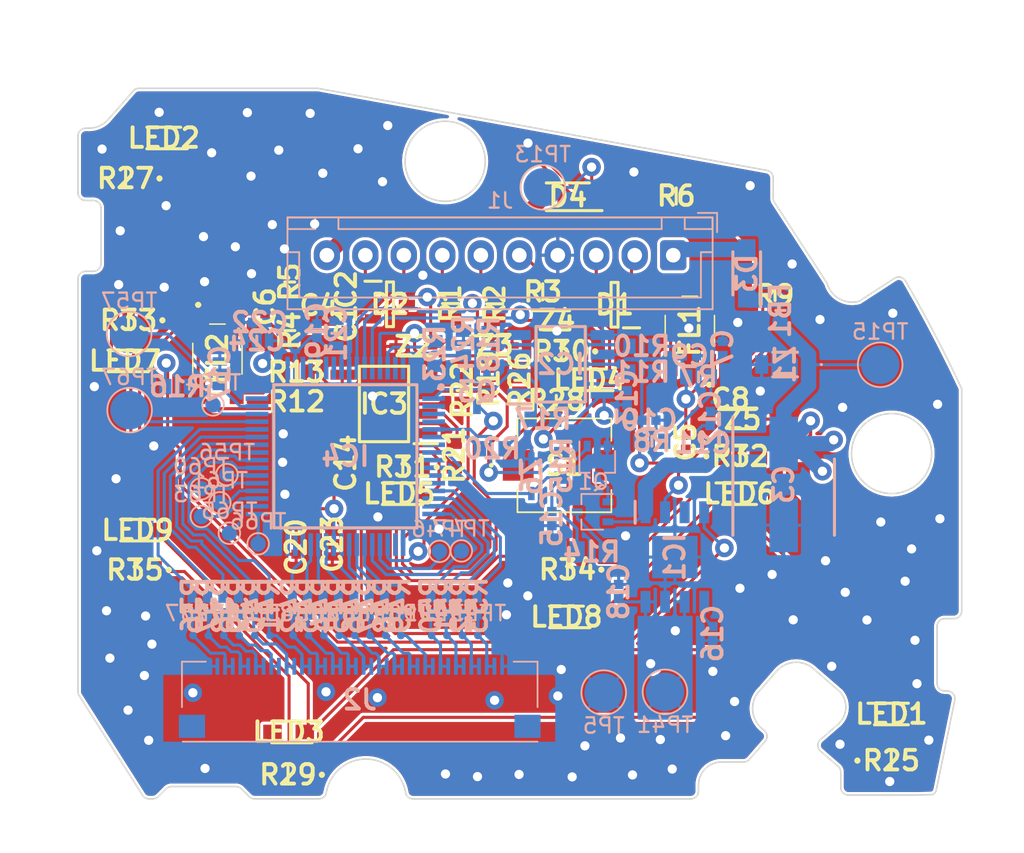
<source format=kicad_pcb>
(kicad_pcb (version 20211014) (generator pcbnew)
  (layers (0 "F.Cu" signal) (1 "In1.Cu" signal) (2 "In2.Cu" signal) (31 "B.Cu" signal) (34 "B.Paste" user) (35 "F.Paste" user) (36 "B.SilkS" user "B.Silkscreen") (37 "F.SilkS" user "F.Silkscreen") (38 "B.Mask" user) (39 "F.Mask" user) (44 "Edge.Cuts" user))
  (net 0 "")
  (net 1 "Net-(C1-Pad1)")
  (net 2 "+5V")
  (net 3 "+BATT")
  (net 4 "Net-(D4-Pad1)")
  (net 5 "GND")
  (net 6 "Net-(C4-Pad1)")
  (net 7 "Net-(C7-Pad1)")
  (net 8 "Net-(Q1-Pad3)")
  (net 9 "Net-(IC3-Pad6)")
  (net 10 "Net-(IC3-Pad7)")
  (net 11 "Net-(IC3-Pad3)")
  (net 12 "Net-(IC3-Pad2)")
  (net 13 "Net-(IC4-Pad20)")
  (net 14 "Net-(IC1-Pad4)")
  (net 15 "Net-(C17-Pad2)")
  (net 16 "Net-(IC4-Pad21)")
  (net 17 "Net-(C5-Pad1)")
  (net 18 "Net-(C10-Pad2)")
  (net 19 "Net-(IC4-Pad45)")
  (net 20 "Net-(IC2-Pad7)")
  (net 21 "Net-(IC2-Pad6)")
  (net 22 "Net-(C11-Pad2)")
  (net 23 "Net-(IC4-Pad58)")
  (net 24 "Net-(Q3-Pad1)")
  (net 25 "Net-(IC4-Pad59)")
  (net 26 "Net-(IC4-Pad60)")
  (net 27 "Net-(Q3-Pad3)")
  (net 28 "Net-(R26-Pad1)")
  (net 29 "Net-(IC4-Pad34)")
  (net 30 "Net-(IC4-Pad46)")
  (net 31 "Net-(IC4-Pad35)")
  (net 32 "Net-(IC4-Pad36)")
  (net 33 "Net-(IC4-Pad37)")
  (net 34 "Net-(IC4-Pad38)")
  (net 35 "Net-(J2-Pad34)")
  (net 36 "Net-(J2-Pad30)")
  (net 37 "Net-(J2-Pad26)")
  (net 38 "Net-(J2-Pad22)")
  (net 39 "Net-(J2-Pad18)")
  (net 40 "Net-(J2-Pad14)")
  (net 41 "Net-(J2-Pad10)")
  (net 42 "Net-(J2-Pad6)")
  (net 43 "Net-(J2-Pad2)")
  (net 44 "Net-(J2-Pad36)")
  (net 45 "Net-(J2-Pad32)")
  (net 46 "Net-(J2-Pad28)")
  (net 47 "Net-(J2-Pad24)")
  (net 48 "Net-(J2-Pad20)")
  (net 49 "Net-(J2-Pad16)")
  (net 50 "Net-(J2-Pad12)")
  (net 51 "Net-(J2-Pad8)")
  (net 52 "Net-(J2-Pad4)")
  (net 53 "Net-(Q1-Pad1)")
  (net 54 "Net-(D3-Pad2)")
  (net 56 "Net-(C15-Pad1)")
  (net 57 "Net-(D3-Pad1)")
  (net 58 "Net-(IC4-Pad61)")
  (net 59 "Net-(J1-Pad6)")
  (net 60 "Net-(IC4-Pad33)")
  (net 61 "Net-(IC4-Pad62)")
  (net 62 "Net-(IC4-Pad19)")
  (net 63 "Net-(IC2-Pad3)")
  (net 64 "Net-(IC2-Pad2)")
  (net 65 "Net-(IC3-Pad4)")
  (net 66 "Net-(IC4-Pad6)")
  (net 67 "Net-(C16-Pad1)")
  (net 68 "Net-(IC2-Pad1)")
  (net 69 "Net-(IC4-Pad39)")
  (net 70 "Net-(IC4-Pad40)")
  (net 71 "Net-(IC4-Pad41)")
  (net 72 "Net-(IC4-Pad42)")
  (net 73 "Net-(IC4-Pad43)")
  (net 74 "Net-(IC4-Pad44)")
  (net 75 "Net-(IC4-Pad28)")
  (net 76 "Net-(IC4-Pad29)")
  (net 77 "Net-(IC4-Pad13)")
  (net 78 "Net-(IC4-Pad14)")
  (net 79 "Net-(IC4-Pad30)")
  (net 80 "Net-(IC4-Pad15)")
  (net 81 "Net-(IC4-Pad16)")
  (net 82 "Net-(IC4-Pad22)")
  (net 83 "Net-(IC4-Pad23)")
  (net 84 "Net-(IC4-Pad24)")
  (net 85 "Net-(IC4-Pad25)")
  (net 86 "Net-(IC4-Pad27)")
  (net 89 "Net-(R3-Pad1)")
  (net 90 "Net-(R1-Pad1)")
  (net 96 "Net-(FL2-Pad2)")
  (net 99 "Net-(IC1-Pad2)")
  (net 109 "unconnected-(IC4-Pad12)")
  (net 113 "Net-(J1-Pad10)")
  (net 114 "Net-(R32-Pad2)")
  (net 115 "Net-(LED5-Pad2)")
  (net 116 "Net-(LED4-Pad2)")
  (net 117 "Net-(LED3-Pad2)")
  (net 118 "Net-(LED2-Pad2)")
  (net 119 "Net-(LED1-Pad2)")
  (net 120 "Net-(R35-Pad2)")
  (net 121 "Net-(LED8-Pad2)")
  (net 122 "Net-(LED7-Pad2)")
  (footprint "SamacSys_Parts:SODFL3918X140N" (layer "F.Cu") (at 150.67 88.2 180)
    (fp_text reference "D4")
    (fp_text value "M1F60-6063" hide)
  )
  (footprint "SamacSys_Parts:CAPC1005X55N" (layer "F.Cu") (at 136.27 94.23 90)
    (fp_text reference "C2")
    (fp_text value "GCM155R71H104KE02D" hide)
  )
  (footprint "SamacSys_Parts:ERJ6ENF1000V" (layer "F.Cu") (at 171.68 124.85)
    (fp_text reference "R25")
    (fp_text value "ERJ-6ENF1502V" hide)
  )
  (footprint "SamacSys_Parts:CAPC1608X90N" (layer "F.Cu") (at 135.37 110.78 -90)
    (fp_text reference "C23")
    (fp_text value "CGA3E2X5R1A105M080AA" hide)
  )
  (footprint "SamacSys_Parts:CAPC1005X55N" (layer "F.Cu") (at 136.28 96.43 90)
    (fp_text reference "C1")
    (fp_text value "GCM155R71H104KE02D" hide)
  )
  (footprint "SamacSys_Parts:RESC2012X65N" (layer "F.Cu") (at 157.71 88.15)
    (fp_text reference "R6")
    (fp_text value "RMC1/10K683FTP83" hide)
  )
  (footprint "SamacSys_Parts:RESC2012X65N" (layer "F.Cu") (at 145.92 95.16 -90)
    (fp_text reference "R2")
    (fp_text value "RMC1/10K683FTP83" hide)
  )
  (footprint "SamacSys_Parts:LEDM2214X140N" (layer "F.Cu") (at 132.53 122.99 180)
    (fp_text reference "LED3")
    (fp_text value "VLMR233T2V2-GS08" hide)
  )
  (footprint "SamacSys_Parts:RESC1608X55N" (layer "F.Cu") (at 143.8 100.79 90)
    (fp_text reference "R22")
    (fp_text value "RMC16K270FTP" hide)
  )
  (footprint "SamacSys_Parts:LEDM2214X140N" (layer "F.Cu") (at 122.72 109.87 180)
    (fp_text reference "LED9")
    (fp_text value "VLMR233T2V2-GS08" hide)
  )
  (footprint "SamacSys_Parts:LEDM2214X140N" (layer "F.Cu") (at 124.42 84.38 180)
    (fp_text reference "LED2")
    (fp_text value "VLMR233T2V2-GS08" hide)
  )
  (footprint "SamacSys_Parts:ERJ6ENF1000V" (layer "F.Cu") (at 139.95 105.77 180)
    (fp_text reference "R31")
    (fp_text value "ERJ-6ENF1502V" hide)
  )
  (footprint "SamacSys_Parts:RESC1608X55N" (layer "F.Cu") (at 133.03 99.6)
    (fp_text reference "R13")
    (fp_text value "RMC16K270FTP" hide)
  )
  (footprint "SamacSys_Parts:DLW43SH110XK2K" (layer "F.Cu") (at 127.905 98.725 90)
    (fp_text reference "FL2")
    (fp_text value "DLW43SH510XK2L" hide)
  )
  (footprint "SamacSys_Parts:SOT95P230X110-3N" (layer "F.Cu") (at 139.115 95.19)
    (fp_text reference "D2")
    (fp_text value "PESD5V0L2BT,215" hide)
  )
  (footprint "SamacSys_Parts:CAPC1005X55N" (layer "F.Cu") (at 133.02 110.97 -90)
    (fp_text reference "C20")
    (fp_text value "GCM155R71H104KE02D" hide)
  )
  (footprint "SamacSys_Parts:ERJ6ENF1000V" (layer "F.Cu") (at 132.49 125.77 180)
    (fp_text reference "R29")
    (fp_text value "ERJ-6ENF1502V" hide)
  )
  (footprint "SamacSys_Parts:LEDM2214X140N" (layer "F.Cu") (at 150.58 115.51 180)
    (fp_text reference "LED8")
    (fp_text value "VLMR233T2V2-GS08" hide)
  )
  (footprint "SamacSys_Parts:ERJ6ENF1000V" (layer "F.Cu") (at 161.865 105.07)
    (fp_text reference "R32")
    (fp_text value "ERJ-6ENF1502V" hide)
  )
  (footprint "SamacSys_Parts:LEDM2214X140N" (layer "F.Cu") (at 152.08 100.1 180)
    (fp_text reference "LED4")
    (fp_text value "VLMR233T2V2-GS08" hide)
  )
  (footprint "SamacSys_Parts:SODFL2512X90N" (layer "F.Cu") (at 162.02 102.655)
    (fp_text reference "Z5")
    (fp_text value "UDZVFHTE5.6B" hide)
  )
  (footprint "SamacSys_Parts:ERJ6ENF1000V" (layer "F.Cu") (at 122.13 96.23 180)
    (fp_text reference "R33")
    (fp_text value "ERJ-6ENF1502V" hide)
  )
  (footprint "SamacSys_Parts:CAPC1005X55N" (layer "F.Cu") (at 161.24 101.34)
    (fp_text reference "C8")
    (fp_text value "GRM155R71C104KA88D" hide)
  )
  (footprint "SamacSys_Parts:SODFL2512X90N" (layer "F.Cu") (at 140.63 97.925 180)
    (fp_text reference "Z2")
    (fp_text value "UDZVFHTE5.6B" hide)
  )
  (footprint "SamacSys_Parts:SOT95P230X110-3N" (layer "F.Cu") (at 153.705 95.22 180)
    (fp_text reference "D1")
    (fp_text value "PESD5V0L2BT,215" hide)
  )
  (footprint "SamacSys_Parts:RESC2012X65N" (layer "F.Cu") (at 149.04 94.38 180)
    (fp_text reference "R3")
    (fp_text value "RMC1/10K683FTP83" hide)
  )
  (footprint "SamacSys_Parts:RESC1608X55N" (layer "F.Cu") (at 133.05 101.52)
    (fp_text reference "R12")
    (fp_text value "RMC16K270FTP" hide)
  )
  (footprint "SamacSys_Parts:LEDM2214X140N" (layer "F.Cu") (at 171.69 121.82)
    (fp_text reference "LED1")
    (fp_text value "VLMR233T2V2-GS08" hide)
  )
  (footprint "SamacSys_Parts:SODFL2512X90N" (layer "F.Cu") (at 149.93 96.235)
    (fp_text reference "Z4")
    (fp_text value "UDZVFHTE5.6B" hide)
  )
  (footprint "SamacSys_Parts:CAPC1005X55N" (layer "F.Cu") (at 136.23 105.51 -90)
    (fp_text reference "C14")
    (fp_text value "GCM155R71H104KE02D" hide)
  )
  (footprint "SamacSys_Parts:LEDM2214X140N" (layer "F.Cu") (at 121.9 98.87 180)
    (fp_text reference "LED7")
    (fp_text value "VLMR233T2V2-GS08" hide)
  )
  (footprint "SamacSys_Parts:LEDM2214X140N" (layer "F.Cu") (at 139.72 107.5 180)
    (fp_text reference "LED5")
    (fp_text value "VLMR233T2V2-GS08" hide)
  )
  (footprint "SamacSys_Parts:CAPC1005X55N" (layer "F.Cu") (at 158.33 104.15 -90)
    (fp_text reference "C5")
    (fp_text value "GCM155R71H104KE02D" hide)
  )
  (footprint "SamacSys_Parts:RESC1608X55N" (layer "F.Cu") (at 147.55 100.13 90)
    (fp_text reference "R26")
    (fp_text value "RMC1/16SK103FTH43" hide)
  )
  (footprint "SamacSys_Parts:SOIC127P600X175-8N" (layer "F.Cu") (at 138.725 101.67 180)
    (fp_text reference "IC3")
    (fp_text value "SN65LBC176QDRG4Q1" hide)
  )
  (footprint "SamacSys_Parts:RESC1608X55N" (layer "F.Cu") (at 143.29 104.99 90)
    (fp_text reference "R21")
    (fp_text value "RMC16K270FTP" hide)
  )
  (footprint "SamacSys_Parts:CAPC1005X55N" (layer "F.Cu") (at 134.49 95.27)
    (fp_text reference "C4")
    (fp_text value "GCM155R71H104KE02D" hide)
  )
  (footprint "SamacSys_Parts:RESC2012X65N" (layer "F.Cu") (at 143.05 95.14 -90)
    (fp_text reference "R1")
    (fp_text value "RMC1/10K683FTP83" hide)
  )
  (footprint "SamacSys_Parts:ERJ6ENF1000V" (layer "F.Cu") (at 122.545 112.46 180)
    (fp_text reference "R35")
    (fp_text value "ERJ-6ENF1502V" hide)
  )
  (footprint "SamacSys_Parts:CAPC1005X55N" (layer "F.Cu") (at 131 95.35 90)
    (fp_text reference "C6")
    (fp_text value "GCM155R71H104KE02D" hide)
  )
  (footprint "SamacSys_Parts:ERJ6ENF1000V" (layer "F.Cu") (at 150.645 112.44 180)
    (fp_text reference "R34")
    (fp_text value "ERJ-6ENF1502V" hide)
  )
  (footprint "SamacSys_Parts:RESC1608X55N" (layer "F.Cu") (at 149.92 101.44)
    (fp_text reference "R28")
    (fp_text value "RMC1/16SK103FTH43" hide)
  )
  (footprint "SamacSys_Parts:RESC1608X55N" (layer "F.Cu") (at 145.54 100.04 90)
    (fp_text reference "R19")
    (fp_text value "RMC16K270FTP" hide)
  )
  (footprint "SamacSys_Parts:LEDM2214X140N" (layer "F.Cu") (at 161.82 107.5)
    (fp_text reference "LED6")
    (fp_text value "VLMR233T2V2-GS08" hide)
  )
  (footprint "SamacSys_Parts:RESC1608X55N" (layer "F.Cu") (at 132.61 96.9 90)
    (fp_text reference "R4")
    (fp_text value "RMC1/16SK60R4FTH" hide)
  )
  (footprint "SamacSys_Parts:ERJ6ENF1000V" (layer "F.Cu") (at 150.245 98.25 180)
    (fp_text reference "R30")
    (fp_text value "ERJ-6ENF1502V" hide)
  )
  (footprint "SamacSys_Parts:DLW43SH110XK2K" (layer "F.Cu") (at 158.595 96.915 -90)
    (fp_text reference "FL1")
    (fp_text value "DLW43SH510XK2L" hide)
  )
  (footprint "SamacSys_Parts:ERJ6ENF1000V" (layer "F.Cu") (at 121.94 87.01 180)
    (fp_text reference "R27")
    (fp_text value "ERJ-6ENF1502V" hide)
  )
  (footprint "SamacSys_Parts:RESC1608X55N" (layer "F.Cu") (at 132.6 93.74 90)
    (fp_text reference "R5")
    (fp_text value "RMC1/16SK60R4FTH" hide)
  )
  (footprint "SamacSys_Parts:SKTRAEE010" (layer "F.Cu") (at 150.445 105.655)
    (fp_text reference "S1")
    (fp_text value "SKTRAEE010" hide)
  )
  (footprint "SamacSys_Parts:SODFL2512X90N" (layer "F.Cu") (at 145.92 97.865)
    (fp_text reference "Z3")
    (fp_text value "UDZVFHTE5.6B" hide)
  )
  (footprint "SamacSys_Parts:RESC1608X55N" (layer "F.Cu") (at 164.13 94.62 180)
    (fp_text reference "R9")
    (fp_text value "RMC1/16SK103FTH43" hide)
  )
  (footprint "SamacSys_Parts:TestPoint_Pad_D0.5mm" (layer "B.Cu") (at 135.82 116.72 180)
    (fp_text reference "TP86")
    (fp_text value "TestPoint")
  )
  (footprint "SamacSys_Parts:RESC1005X40N" (layer "B.Cu") (at 136.765 114.77 -90)
    (fp_text reference "R46")
    (fp_text value "ERJ-2GEJ561X" hide)
  )
  (footprint "TestPoint:TestPoint_Pad_D1.0mm" (layer "B.Cu") (at 128.06 108.09 180)
    (fp_text reference "TP61")
    (fp_text value "TestPoint")
  )
  (footprint "SamacSys_Parts:CAPC1005X55N" (layer "B.Cu") (at 154.519994 101.26 -90)
    (fp_text reference "C13")
    (fp_text value "GCM155R71H104KE02D" hide)
  )
  (footprint "SamacSys_Parts:TestPoint_Pad_D0.5mm" (layer "B.Cu") (at 137.82 116.72 180)
    (fp_text reference "TP88")
    (fp_text value "TestPoint")
  )
  (footprint "SamacSys_Parts:KDZVTR36B" (layer "B.Cu") (at 164.784994 99.105 90)
    (fp_text reference "Z1")
    (fp_text value "KDZVTR36B" hide)
  )
  (footprint "SamacSys_Parts:RESC1608X55N" (layer "B.Cu") (at 145.76 104.58)
    (fp_text reference "R20")
    (fp_text value "RMC16K270FTP" hide)
  )
  (footprint "TestPoint:TestPoint_Pad_D1.0mm" (layer "B.Cu") (at 143.75 111.22 180)
    (fp_text reference "TP47")
    (fp_text value "TestPoint")
  )
  (footprint "SamacSys_Parts:SSM3K7002CFULF" (layer "B.Cu") (at 144.765 100.875)
    (fp_text reference "Q3")
    (fp_text value "SSM3K7002KFU,LF" hide)
  )
  (footprint "TestPoint:TestPoint_Pad_D2.5mm" (layer "B.Cu") (at 122.17 97.12 180)
    (fp_text reference "TP57")
    (fp_text value "TestPoint")
  )
  (footprint "SamacSys_Parts:RESC1005X40N" (layer "B.Cu") (at 135.765 114.77 -90)
    (fp_text reference "R45")
    (fp_text value "ERJ-2GEJ561X" hide)
  )
  (footprint "SamacSys_Parts:RESC1005X40N" (layer "B.Cu") (at 130.265 114.77 -90)
    (fp_text reference "R40")
    (fp_text value "ERJ-2GEJ561X" hide)
  )
  (footprint "SamacSys_Parts:CAPC1005X55N" (layer "B.Cu") (at 149.63 109.12 -90)
    (fp_text reference "C15")
    (fp_text value "GRM155R71C104KA88D" hide)
  )
  (footprint "SamacSys_Parts:CAPC1005X55N" (layer "B.Cu") (at 158.57 98.53)
    (fp_text reference "C9")
    (fp_text value "GCM155R71H104KE02D" hide)
  )
  (footprint "SamacSys_Parts:QFP50P1200X1200X160-64N" (layer "B.Cu") (at 136.215 105.07 180)
    (fp_text reference "IC4")
    (fp_text value "CY8C4146AZI-S455" hide)
  )
  (footprint "SamacSys_Parts:SODFL3918X140N" (layer "B.Cu") (at 162.289994 93.18 90)
    (fp_text reference "D3")
    (fp_text value "M1F60-6063" hide)
  )
  (footprint "SamacSys_Parts:RESC1608X55N" (layer "B.Cu") (at 142.03 98.39 90)
    (fp_text reference "R23")
    (fp_text value "RMC1/16SK103FTH43" hide)
  )
  (footprint "SamacSys_Parts:RESC1005X40N" (layer "B.Cu") (at 137.765 114.77 -90)
    (fp_text reference "R47")
    (fp_text value "ERJ-2GEJ561X" hide)
  )
  (footprint "SamacSys_Parts:RESC1608X55N" (layer "B.Cu") (at 125.32 100.54 180)
    (fp_text reference "R16")
    (fp_text value "RMC16K102FTP" hide)
  )
  (footprint "TestPoint:TestPoint_Pad_D1.0mm" (layer "B.Cu") (at 130.55 110.76 180)
    (fp_text reference "TP66")
    (fp_text value "TestPoint")
  )
  (footprint "TestPoint:TestPoint_Pad_D1.0mm" (layer "B.Cu") (at 126.85 107.18 180)
    (fp_text reference "TP60")
    (fp_text value "TestPoint")
  )
  (footprint "SamacSys_Parts:RESC1608X55N" (layer "B.Cu") (at 156.13 104.09 180)
    (fp_text reference "R8")
    (fp_text value "RMC1/16SK60R4FTH" hide)
  )
  (footprint "SamacSys_Parts:CAPC1005X55N" (layer "B.Cu") (at 160.08 116.59 -90)
    (fp_text reference "C16")
    (fp_text value "GCM155L81E103KA37D" hide)
  )
  (footprint "SamacSys_Parts:RESC1005X40N" (layer "B.Cu") (at 128.265 114.77 -90)
    (fp_text reference "R38")
    (fp_text value "ERJ-2GEJ561X" hide)
  )
  (footprint "SamacSys_Parts:TestPoint_Pad_D0.5mm" (layer "B.Cu") (at 141.82 116.72 180)
    (fp_text reference "TP91")
    (fp_text value "TestPoint")
  )
  (footprint "SamacSys_Parts:RESC1608X55N" (layer "B.Cu") (at 149.05 102.66)
    (fp_text reference "R17")
    (fp_text value "RMC16K270FTP" hide)
  )
  (footprint "SamacSys_Parts:CAPC1005X55N" (layer "B.Cu") (at 134.37 96.91 90)
    (fp_text reference "C19")
    (fp_text value "GCM155R71H104KE02D" hide)
  )
  (footprint "SamacSys_Parts:TestPoint_Pad_D0.5mm" (layer "B.Cu") (at 128.32 116.72 180)
    (fp_text reference "TP79")
    (fp_text value "TestPoint")
  )
  (footprint "SamacSys_Parts:SOIC127P600X175-8N" (layer "B.Cu") (at 150.205004 99.089996)
    (fp_text reference "IC2")
    (fp_text value "SN65LBC176QDRG4Q1" hide)
  )
  (footprint "SamacSys_Parts:RESC1005X40N" (layer "B.Cu") (at 133.765 114.77 -90)
    (fp_text reference "R43")
    (fp_text value "ERJ-2GEJ561X" hide)
  )
  (footprint "SamacSys_Parts:TestPoint_Pad_D0.5mm" (layer "B.Cu") (at 143.83 116.72 180)
    (fp_text reference "TP94")
    (fp_text value "TestPoint")
  )
  (footprint "TestPoint:TestPoint_Pad_D1.0mm" (layer "B.Cu") (at 126.86 108.98 180)
    (fp_text reference "TP63")
    (fp_text value "TestPoint")
  )
  (footprint "TestPoint:TestPoint_Pad_D2.5mm" (layer "B.Cu") (at 170.96 99.12 180)
    (fp_text reference "TP15")
    (fp_text value "TestPoint")
  )
  (footprint "SamacSys_Parts:TestPoint_Pad_D0.5mm" (layer "B.Cu") (at 127.32 116.72 180)
    (fp_text reference "TP78")
    (fp_text value "TestPoint")
  )
  (footprint "SamacSys_Parts:TestPoint_Pad_D0.5mm" (layer "B.Cu") (at 131.32 116.72 180)
    (fp_text reference "TP82")
    (fp_text value "TestPoint")
  )
  (footprint "SamacSys_Parts:RESC1005X40N" (layer "B.Cu") (at 134.765 114.77 -90)
    (fp_text reference "R44")
    (fp_text value "ERJ-2GEJ561X" hide)
  )
  (footprint "SamacSys_Parts:SODFL2512X90N" (layer "B.Cu") (at 148.3 106.365 90)
    (fp_text reference "Z6")
    (fp_text value "UDZVFHTE5.6B" hide)
  )
  (footprint "Package_TO_SOT_SMD:SOT-323_SC-70" (layer "B.Cu") (at 152.28 108.68 180)
    (fp_text reference "Q1")
    (fp_text value "BC807W")
  )
  (footprint "SamacSys_Parts:RESC2012X65N" (layer "B.Cu") (at 152.22 111.29 180)
    (fp_text reference "R14")
    (fp_text value "RMC1/10K683FTP83" hide)
  )
  (footprint "SamacSys_Parts:TestPoint_Pad_D0.5mm" (layer "B.Cu") (at 130.32 116.72 180)
    (fp_text reference "TP81")
    (fp_text value "TestPoint")
  )
  (footprint "SamacSys_Parts:CAPC1005X55N" (layer "B.Cu") (at 155.93 102.72 180)
    (fp_text reference "C10")
    (fp_text value "GCM155R71H104KE02D" hide)
  )
  (footprint "SamacSys_Parts:BLM18EG121SH1D" (layer "B.Cu") (at 164.474994 95.59 -90)
    (fp_text reference "FB1")
    (fp_text value "BLM18KG601SZ1D" hide)
  )
  (footprint "SamacSys_Parts:TestPoint_Pad_D0.5mm" (layer "B.Cu") (at 139.82 116.72 180)
    (fp_text reference "TP90")
    (fp_text value "TestPoint")
  )
  (footprint "SamacSys_Parts:XF2M38151AR100" (layer "B.Cu") (at 137.149994 121.02 180)
    (fp_text reference "J2")
    (fp_text value "XF2M-3815-1A-R100" hide)
  )
  (footprint "SamacSys_Parts:RESC1005X40N" (layer "B.Cu") (at 126.265 114.77 -90)
    (fp_text reference "R36")
    (fp_text value "ERJ-2GEJ561X" hide)
  )
  (footprint "SamacSys_Parts:TestPoint_Pad_D0.5mm" (layer "B.Cu") (at 144.83 116.72 180)
    (fp_text reference "TP93")
    (fp_text value "TestPoint")
  )
  (footprint "TestPoint:TestPoint_Pad_D1.0mm" (layer "B.Cu") (at 128.68 110.07 180)
    (fp_text reference "TP65")
    (fp_text value "TestPoint")
  )
  (footprint "TestPoint:TestPoint_Pad_D2.5mm" (layer "B.Cu") (at 156.98 120.38)
    (fp_text reference "TP41")
    (fp_text value "TestPoint")
  )
  (footprint "Package_TO_SOT_SMD:SOT-323_SC-70" (layer "B.Cu") (at 152.58 105.41 -90)
    (fp_text reference "Q2")
    (fp_text value "BC848W")
  )
  (footprint "SamacSys_Parts:RESC1005X40N" (layer "B.Cu") (at 144.775 114.77 -90)
    (fp_text reference "R53")
    (fp_text value "ERJ-2GEJ561X" hide)
  )
  (footprint "SamacSys_Parts:CAPC1608X90N" (layer "B.Cu") (at 128.06 99.7 -90)
    (fp_text reference "C17")
    (fp_text value "CL10B104JB8NNNC" hide)
  )
  (footprint "SamacSys_Parts:RESC1005X40N" (layer "B.Cu") (at 129.265 114.77 -90)
    (fp_text reference "R39")
    (fp_text value "ERJ-2GEJ561X" hide)
  )
  (footprint "TestPoint:TestPoint_Pad_D1.0mm" (layer "B.Cu") (at 142.33 111.25 180)
    (fp_text reference "TP46")
    (fp_text value "TestPoint")
  )
  (footprint "SamacSys_Parts:SOIC127P620X160-9N" (layer "B.Cu") (at 157.62 111.62 -90)
    (fp_text reference "IC1")
    (fp_text value "R5112S121B-E2-KE" hide)
  )
  (footprint "SamacSys_Parts:RESC1005X40N" (layer "B.Cu") (at 139.765 114.77 -90)
    (fp_text reference "R49")
    (fp_text value "ERJ-2GEJ561X" hide)
  )
  (footprint "SamacSys_Parts:RESC1005X40N" (layer "B.Cu") (at 141.765 114.77 -90)
    (fp_text reference "R50")
    (fp_text value "ERJ-2GEJ561X" hide)
  )
  (footprint "SamacSys_Parts:RESC1608X55N" (layer "B.Cu") (at 145.55 97.79 90)
    (fp_text reference "R18")
    (fp_text value "RMC16K270FTP" hide)
  )
  (footprint "SamacSys_Parts:TestPoint_Pad_D0.5mm" (layer "B.Cu") (at 132.82 116.72 180)
    (fp_text reference "TP83")
    (fp_text value "TestPoint")
  )
  (footprint "SamacSys_Parts:RESC1005X40N" (layer "B.Cu") (at 138.765 114.77 -90)
    (fp_text reference "R48")
    (fp_text value "ERJ-2GEJ561X" hide)
  )
  (footprint "SamacSys_Parts:TestPoint_Pad_D0.5mm" (layer "B.Cu") (at 133.82 116.72 180)
    (fp_text reference "TP84")
    (fp_text value "TestPoint")
  )
  (footprint "SamacSys_Parts:CAPC1005X55N" (layer "B.Cu") (at 159.92 102.62 90)
    (fp_text reference "C12")
    (fp_text value "GCM155R71H104KE02D" hide)
  )
  (footprint "SamacSys_Parts:CAPC1005X55N" (layer "B.Cu") (at 153.97 113.86 90)
    (fp_text reference "C18")
    (fp_text value "GCM155R71H104KE02D" hide)
  )
  (footprint "SamacSys_Parts:CAPC1005X55N" (layer "B.Cu") (at 160.73 98.06 90)
    (fp_text reference "C7")
    (fp_text value "GCM155R71H104KE02D" hide)
  )
  (footprint "SamacSys_Parts:TestPoint_Pad_D0.5mm" (layer "B.Cu") (at 134.82 116.72 180)
    (fp_text reference "TP85")
    (fp_text value "TestPoint")
  )
  (footprint "SamacSys_Parts:RESC1005X40N" (layer "B.Cu") (at 142.765 114.77 -90)
    (fp_text reference "R51")
    (fp_text value "ERJ-2GEJ561X" hide)
  )
  (footprint "SamacSys_Parts:CAPC1608X90N" (layer "B.Cu") (at 130.46 97.56 180)
    (fp_text reference "C24")
    (fp_text value "CGA3E2X5R1A105M080AA" hide)
  )
  (footprint "SamacSys_Parts:TestPoint_Pad_D0.5mm" (layer "B.Cu") (at 126.32 116.72 180)
    (fp_text reference "TP77")
    (fp_text value "TestPoint")
  )
  (footprint "SamacSys_Parts:RESC1608X55N" (layer "B.Cu") (at 159.16 99.91)
    (fp_text reference "R7")
    (fp_text value "RMC1/16SK60R4FTH" hide)
  )
  (footprint "TestPoint:TestPoint_Pad_D2.5mm" (layer "B.Cu") (at 149.04 87.59 180)
    (fp_text reference "TP13")
    (fp_text value "TestPoint")
  )
  (footprint "SamacSys_Parts:CAPAE660X780N" (layer "B.Cu") (at 164.689994 106.9 -90)
    (fp_text reference "C3")
    (fp_text value "UCQ1V470MCL1GS" hide)
  )
  (footprint "SamacSys_Parts:CAPC1005X55N" (layer "B.Cu") (at 159.43 104.21 180)
    (fp_text reference "C11")
    (fp_text value "GCM155R71H104KE02D" hide)
  )
  (footprint "TestPoint:TestPoint_Pad_D1.0mm" (layer "B.Cu") (at 128.52 106.26 180)
    (fp_text reference "TP56")
    (fp_text value "TestPoint")
  )
  (footprint "SamacSys_Parts:TestPoint_Pad_D0.5mm" (layer "B.Cu") (at 142.82 116.72 180)
    (fp_text reference "TP92")
    (fp_text value "TestPoint")
  )
  (footprint "SamacSys_Parts:RESC1608X55N" (layer "B.Cu") (at 143.89 97.71 90)
    (fp_text reference "R24")
    (fp_text value "RMC1/16SK103FTH43" hide)
  )
  (footprint "SamacSys_Parts:TestPoint_Pad_D0.5mm" (layer "B.Cu") (at 136.82 116.72 180)
    (fp_text reference "TP87")
    (fp_text value "TestPoint")
  )
  (footprint "SamacSys_Parts:TestPoint_Pad_D0.5mm" (layer "B.Cu") (at 138.83 116.72 180)
    (fp_text reference "TP89")
    (fp_text value "TestPoint")
  )
  (footprint "TestPoint:TestPoint_Pad_D1.0mm" (layer "B.Cu") (at 127.62 101.73 180)
    (fp_text reference "TP64")
    (fp_text value "TestPoint")
  )
  (footprint "SamacSys_Parts:RESC1608X55N" (layer "B.Cu") (at 155.46 99.6 180)
    (fp_text reference "R11")
    (fp_text value "RMC16K270FTP" hide)
  )
  (footprint "SamacSys_Parts:TestPoint_Pad_D0.5mm" (layer "B.Cu") (at 129.32 116.72 180)
    (fp_text reference "TP80")
    (fp_text value "TestPoint")
  )
  (footprint "TestPoint:TestPoint_Pad_D2.5mm" (layer "B.Cu") (at 153 120.43)
    (fp_text reference "TP5")
    (fp_text value "TestPoint")
  )
  (footprint "SamacSys_Parts:RESC1005X40N" (layer "B.Cu") (at 131.265 114.77 -90)
    (fp_text reference "R41")
    (fp_text value "ERJ-2GEJ561X" hide)
  )
  (footprint "SamacSys_Parts:CAPC1608X90N" (layer "B.Cu") (at 135.63 97.07 90)
    (fp_text reference "C21")
    (fp_text value "CGA3E2X5R1A105M080AA" hide)
  )
  (footprint "SamacSys_Parts:RESC1005X40N" (layer "B.Cu") (at 127.265 114.77 -90)
    (fp_text reference "R37")
    (fp_text value "ERJ-2GEJ561X" hide)
  )
  (footprint "Connector_JST:JST_XH_B10B-XH-A_1x10_P2.50mm_Vertical" (layer "B.Cu") (at 157.514994 92 180)
    (fp_text reference "J1")
    (fp_text value "Conn_01x10")
  )
  (footprint "SamacSys_Parts:RESC1005X40N" (layer "B.Cu") (at 143.765 114.77 -90)
    (fp_text reference "R52")
    (fp_text value "ERJ-2GEJ561X" hide)
  )
  (footprint "TestPoint:TestPoint_Pad_D2.5mm" (layer "B.Cu") (at 122.2 102.07 180)
    (fp_text reference "TP67")
    (fp_text value "TestPoint")
  )
  (footprint "SamacSys_Parts:RESC1608X55N" (layer "B.Cu") (at 150.27 105.66 -90)
    (fp_text reference "R15")
    (fp_text value "RMC1/16SK103FTH43" hide)
  )
  (footprint "SamacSys_Parts:RESC1608X55N" (layer "B.Cu") (at 155.47 97.92 180)
    (fp_text reference "R10")
    (fp_text value "RMC16K270FTP" hide)
  )
  (footprint "SamacSys_Parts:CAPC1005X55N" (layer "B.Cu") (at 130.65 96.37 180)
    (fp_text reference "C22")
    (fp_text value "GCM155R71H104KE02D" hide)
  )
  (footprint "SamacSys_Parts:RESC1005X40N" (layer "B.Cu") (at 132.765 114.77 -90)
    (fp_text reference "R42")
    (fp_text value "ERJ-2GEJ561X" hide)
  )
  (gr_line (start 159.157319 126.440821) (end 159.157319 126.840821) (layer "Edge.Cuts") (width 0.1))
  (gr_line (start 174.61403 126.734211) (end 175.80503 120.926211) (layer "Edge.Cuts") (width 0.1))
  (gr_arc (start 134.979961 126.941263) (mid 137.544664 124.750083) (end 140.123408 126.924721) (layer "Edge.Cuts") (width 0.1))
  (gr_line (start 163.437338 123.649209) (end 162.463338 124.769209) (layer "Edge.Cuts") (width 0.1))
  (gr_circle (center 171.698906 104.891635) (end 174.298906 104.891635) (layer "Edge.Cuts") (width 0.1) (fill none))
  (gr_line (start 118.845977 120.362157) (end 118.845977 93.542157) (layer "Edge.Cuts") (width 0.1))
  (gr_arc (start 168.231088 125.23093) (mid 168.355054 125.399794) (end 168.398906 125.604635) (layer "Edge.Cuts") (width 0.1))
  (gr_line (start 175.155977 120.322157) (end 175.315977 120.322157) (layer "Edge.Cuts") (width 0.1))
  (gr_line (start 124.923687 126.536566) (end 129.109687 126.536566) (layer "Edge.Cuts") (width 0.1))
  (gr_arc (start 134.979961 126.941263) (mid 134.792069 127.235569) (end 134.457793 127.33646) (layer "Edge.Cuts") (width 0.1))
  (gr_arc (start 118.845977 84.242157) (mid 118.992424 83.888604) (end 119.345977 83.742157) (layer "Edge.Cuts") (width 0.1))
  (gr_line (start 167.034088 124.18993) (end 168.231088 125.23093) (layer "Edge.Cuts") (width 0.1))
  (gr_arc (start 120.345977 92.542157) (mid 120.19953 92.89571) (end 119.845977 93.042157) (layer "Edge.Cuts") (width 0.1))
  (gr_arc (start 130.323793 127.33646) (mid 130.132451 127.298399) (end 129.97024 127.190013) (layer "Edge.Cuts") (width 0.1))
  (gr_line (start 171.891938 93.496896) (end 169.601938 94.983896) (layer "Edge.Cuts") (width 0.1))
  (gr_line (start 118.845977 87.942157) (end 118.845977 84.242157) (layer "Edge.Cuts") (width 0.1))
  (gr_arc (start 119.845977 88.442157) (mid 120.19953 88.588604) (end 120.345977 88.942157) (layer "Edge.Cuts") (width 0.1))
  (gr_line (start 163.174535 120.252213) (end 164.224535 119.045213) (layer "Edge.Cuts") (width 0.1))
  (gr_line (start 168.35871 120.384796) (end 166.62271 118.875796) (layer "Edge.Cuts") (width 0.1))
  (gr_line (start 168.898906 127.091635) (end 173.263906 127.091635) (layer "Edge.Cuts") (width 0.1))
  (gr_line (start 123.464581 127.33646) (end 123.709581 127.33646) (layer "Edge.Cuts") (width 0.1))
  (gr_arc (start 162.463338 124.769209) (mid 162.29188 124.896096) (end 162.083319 124.940821) (layer "Edge.Cuts") (width 0.1))
  (gr_arc (start 169.601938 94.983896) (mid 168.318601 94.838478) (end 167.513971 93.828195) (layer "Edge.Cuts") (width 0.1))
  (gr_line (start 120.345977 92.542157) (end 120.345977 88.942157) (layer "Edge.Cuts") (width 0.1))
  (gr_line (start 176.255998 115.120208) (end 176.255998 100.673208) (layer "Edge.Cuts") (width 0.1))
  (gr_line (start 119.345977 83.742157) (end 119.543977 83.742157) (layer "Edge.Cuts") (width 0.1))
  (gr_line (start 130.323793 127.33646) (end 134.457793 127.33646) (layer "Edge.Cuts") (width 0.1))
  (gr_arc (start 175.315977 120.322157) (mid 175.704563 120.507551) (end 175.80503 120.926211) (layer "Edge.Cuts") (width 0.1))
  (gr_arc (start 163.483881 122.941) (mid 163.607284 123.304744) (end 163.437338 123.649209) (layer "Edge.Cuts") (width 0.1))
  (gr_line (start 122.813494 81.15) (end 134.426494 81.15) (layer "Edge.Cuts") (width 0.1))
  (gr_line (start 140.616319 127.340821) (end 158.657319 127.340821) (layer "Edge.Cuts") (width 0.1))
  (gr_line (start 134.426494 81.15) (end 163.597494 86.485) (layer "Edge.Cuts") (width 0.1))
  (gr_arc (start 123.464581 127.33646) (mid 123.224968 127.275351) (end 123.043992 127.106839) (layer "Edge.Cuts") (width 0.1))
  (gr_arc (start 172.614255 93.690437) (mid 174.511309 97.142091) (end 176.255998 100.673208) (layer "Edge.Cuts") (width 0.1))
  (gr_arc (start 122.435977 81.322157) (mid 122.606046 81.195095) (end 122.813494 81.15) (layer "Edge.Cuts") (width 0.1))
  (gr_line (start 160.657319 124.940821) (end 162.083319 124.940821) (layer "Edge.Cuts") (width 0.1))
  (gr_line (start 174.655977 119.822157) (end 174.655977 116.122157) (layer "Edge.Cuts") (width 0.1))
  (gr_line (start 120.828807 83.157661) (end 122.435977 81.322157) (layer "Edge.Cuts") (width 0.1))
  (gr_circle (center 142.698906 85.891635) (end 145.298906 85.891635) (layer "Edge.Cuts") (width 0.1) (fill none))
  (gr_line (start 173.263906 127.091635) (end 174.378906 127.059635) (layer "Edge.Cuts") (width 0.1))
  (gr_line (start 167.51397 93.828195) (end 164.09397 88.562195) (layer "Edge.Cuts") (width 0.1))
  (gr_arc (start 163.597494 86.485) (mid 163.894427 86.655799) (end 164.011823 86.977606) (layer "Edge.Cuts") (width 0.1))
  (gr_line (start 119.345977 93.042157) (end 119.845977 93.042157) (layer "Edge.Cuts") (width 0.1))
  (gr_line (start 124.063134 127.190013) (end 124.570134 126.683013) (layer "Edge.Cuts") (width 0.1))
  (gr_line (start 167.081331 123.482512) (end 168.213331 122.498512) (layer "Edge.Cuts") (width 0.1))
  (gr_arc (start 168.35871 120.384796) (mid 168.723246 121.471726) (end 168.213331 122.498512) (layer "Edge.Cuts") (width 0.1))
  (gr_arc (start 118.926978 120.634994) (mid 118.866637 120.504466) (end 118.845977 120.362157) (layer "Edge.Cuts") (width 0.1))
  (gr_arc (start 140.616319 127.340821) (mid 140.293831 127.222839) (end 140.123408 126.924721) (layer "Edge.Cuts") (width 0.1))
  (gr_arc (start 159.157319 126.840821) (mid 159.010872 127.194374) (end 158.657319 127.340821) (layer "Edge.Cuts") (width 0.1))
  (gr_arc (start 118.845977 93.542157) (mid 118.992424 93.188604) (end 119.345977 93.042157) (layer "Edge.Cuts") (width 0.1))
  (gr_line (start 168.398906 126.591635) (end 168.398906 125.604635) (layer "Edge.Cuts") (width 0.1))
  (gr_line (start 129.46324 126.683013) (end 129.97024 127.190013) (layer "Edge.Cuts") (width 0.1))
  (gr_arc (start 124.570134 126.683013) (mid 124.732345 126.574626) (end 124.923687 126.536566) (layer "Edge.Cuts") (width 0.1))
  (gr_arc (start 124.063134 127.190013) (mid 123.900923 127.2984) (end 123.709581 127.33646) (layer "Edge.Cuts") (width 0.1))
  (gr_arc (start 174.655977 116.122157) (mid 174.802424 115.768604) (end 175.155977 115.622157) (layer "Edge.Cuts") (width 0.1))
  (gr_line (start 119.845977 88.442157) (end 119.345977 88.442157) (layer "Edge.Cuts") (width 0.1))
  (gr_arc (start 168.898906 127.091635) (mid 168.545353 126.945188) (end 168.398906 126.591635) (layer "Edge.Cuts") (width 0.1))
  (gr_arc (start 119.345977 88.442157) (mid 118.992424 88.29571) (end 118.845977 87.942157) (layer "Edge.Cuts") (width 0.1))
  (gr_arc (start 171.891938 93.496896) (mid 172.296841 93.430407) (end 172.614255 93.690437) (layer "Edge.Cuts") (width 0.1))
  (gr_arc (start 120.828807 83.157661) (mid 120.249979 83.589685) (end 119.543977 83.742157) (layer "Edge.Cuts") (width 0.1))
  (gr_line (start 164.011823 86.977606) (end 164.011823 88.287606) (layer "Edge.Cuts") (width 0.1))
  (gr_arc (start 176.255998 115.120208) (mid 176.109551 115.473761) (end 175.755998 115.620208) (layer "Edge.Cuts") (width 0.1))
  (gr_line (start 163.483881 122.941) (end 163.257881 122.744) (layer "Edge.Cuts") (width 0.1))
  (gr_arc (start 175.155977 120.322157) (mid 174.802424 120.17571) (end 174.655977 119.822157) (layer "Edge.Cuts") (width 0.1))
  (gr_line (start 118.926978 120.634994) (end 123.043992 127.106839) (layer "Edge.Cuts") (width 0.1))
  (gr_arc (start 167.034088 124.18993) (mid 166.911199 123.826437) (end 167.081331 123.482512) (layer "Edge.Cuts") (width 0.1))
  (gr_arc (start 163.257881 122.744) (mid 162.672538 121.516291) (end 163.174535 120.252213) (layer "Edge.Cuts") (width 0.1))
  (gr_arc (start 129.109687 126.536566) (mid 129.301029 126.574627) (end 129.46324 126.683013) (layer "Edge.Cuts") (width 0.1))
  (gr_arc (start 159.157319 126.440821) (mid 159.596659 125.380161) (end 160.657319 124.940821) (layer "Edge.Cuts") (width 0.1))
  (gr_arc (start 164.224535 119.045213) (mid 165.388535 118.463826) (end 166.62271 118.875796) (layer "Edge.Cuts") (width 0.1))
  (gr_arc (start 174.61403 126.734211) (mid 174.530386 126.92143) (end 174.378906 127.059635) (layer "Edge.Cuts") (width 0.1))
  (gr_arc (start 164.09397 88.562195) (mid 164.032806 88.430911) (end 164.011823 88.287606) (layer "Edge.Cuts") (width 0.1))
  (gr_line (start 175.755998 115.620208) (end 175.155977 115.622157) (layer "Edge.Cuts") (width 0.1))
  (segment (start 131 96.09) (end 131 95.81) (width 0.2) (layer "F.Cu") (net 1))
  (segment (start 136.28 96.89) (end 133.42 96.89) (width 0.2) (layer "F.Cu") (net 1))
  (segment (start 136.54 96.89) (end 136.28 96.89) (width 0.2) (layer "F.Cu") (net 1))
  (segment (start 132.61 97.7) (end 131 96.09) (width 0.2) (layer "F.Cu") (net 1))
  (segment (start 137.29 96.14) (end 136.54 96.89) (width 0.2) (layer "F.Cu") (net 1))
  (segment (start 131 95.81) (end 129.845 95.81) (width 0.2) (layer "F.Cu") (net 1))
  (segment (start 133.42 96.89) (end 132.61 97.7) (width 0.2) (layer "F.Cu") (net 1))
  (segment (start 140.014994 92) (end 140.014994 94.140006) (width 0.2) (layer "F.Cu") (net 1))
  (segment (start 140.014994 94.140006) (end 138.015 96.14) (width 0.2) (layer "F.Cu") (net 1))
  (segment (start 138.015 96.14) (end 137.29 96.14) (width 0.2) (layer "F.Cu") (net 1))
  (segment (start 132.23 99.6) (end 130.88 100.95) (width 0.2) (layer "F.Cu") (net 1))
  (segment (start 130.88 100.95) (end 129.155 100.95) (width 0.2) (layer "F.Cu") (net 1))
  (segment (start 129.155 96.5) (end 129.155 100.95) (width 0.2) (layer "F.Cu") (net 1))
  (segment (start 129.845 95.81) (end 129.155 96.5) (width 0.2) (layer "F.Cu") (net 1))
  (segment (start 136.23 105.05) (end 136.23 103.591) (width 0.2) (layer "F.Cu") (net 2))
  (segment (start 136.904501 104.385499) (end 141.985499 104.385499) (width 0.2) (layer "F.Cu") (net 2))
  (segment (start 141.985499 104.385499) (end 143.28 105.68) (width 0.2) (layer "F.Cu") (net 2))
  (segment (start 150.72 101.44) (end 150.72 102.31) (width 0.2) (layer "F.Cu") (net 2))
  (segment (start 136.12 103.669) (end 136.264 103.525) (width 0.2) (layer "F.Cu") (net 2))
  (segment (start 143.28 105.68) (end 143.47 105.68) (width 0.2) (layer "F.Cu") (net 2))
  (segment (start 135.72 105.05) (end 135.48 105.29) (width 0.2) (layer "F.Cu") (net 2))
  (segment (start 136.23 103.591) (end 136.214 103.575) (width 0.2) (layer "F.Cu") (net 2))
  (segment (start 135.37 109.98) (end 135.37 108.59) (width 0.2) (layer "F.Cu") (net 2))
  (segment (start 135.48 105.29) (end 135.48 108.48) (width 0.2) (layer "F.Cu") (net 2))
  (segment (start 136.23 105.05) (end 136.24 105.05) (width 0.2) (layer "F.Cu") (net 2))
  (segment (start 136.23 105.05) (end 135.72 105.05) (width 0.2) (layer "F.Cu") (net 2))
  (segment (start 136.24 105.05) (end 136.904501 104.385499) (width 0.2) (layer "F.Cu") (net 2))
  (segment (start 133.02 110.51) (end 133.02 109.63) (width 0.2) (layer "F.Cu") (net 2))
  (segment (start 134.17 108.48) (end 135.48 108.48) (width 0.2) (layer "F.Cu") (net 2))
  (segment (start 133.02 109.63) (end 134.17 108.48) (width 0.2) (layer "F.Cu") (net 2))
  (segment (start 150.72 102.31) (end 149.08 103.95) (width 0.2) (layer "F.Cu") (net 2))
  (segment (start 135.37 108.59) (end 135.48 108.48) (width 0.2) (layer "F.Cu") (net 2))
  (via (at 149.08 103.95) (size 1.2) (drill 0.6) (layers "F.Cu" "B.Cu") (net 2))
  (via (at 157.65 116.41) (size 1.2) (drill 0.6) (layers "F.Cu" "B.Cu") (net 2))
  (via (at 156.05 118.55) (size 1.2) (drill 0.6) (layers "F.Cu" "B.Cu") (net 2))
  (via (at 135.48 108.48) (size 1.2) (drill 0.6) (layers "F.Cu" "B.Cu") (net 2))
  (via (at 153.03 102.42) (size 1.2) (drill 0.6) (layers "F.Cu" "B.Cu") (net 2))
  (via (at 130.84 99.04) (size 1.2) (drill 0.6) (layers "F.Cu" "B.Cu") (net 2))
  (segment (start 131.26 97.56) (end 132.1805 97.56) (width 0.2) (layer "B.Cu") (net 2))
  (segment (start 131.26 98.62) (end 130.84 99.04) (width 0.2) (layer "B.Cu") (net 2))
  (segment (start 132.965 99.332) (end 132.965 98.3445) (width 0.2) (layer "B.Cu") (net 2))
  (segment (start 134.87 97.87) (end 134.37 97.37) (width 0.2) (layer "B.Cu") (net 2))
  (segment (start 149.08 103.95) (end 149.08 103.41) (width 0.2) (layer "B.Cu") (net 2))
  (segment (start 153.03 102.42) (end 153.03 101.108992) (width 0.2) (layer "B.Cu") (net 2))
  (segment (start 135.965 98.205) (end 135.63 97.87) (width 0.2) (layer "B.Cu") (net 2))
  (segment (start 155.715 114.532) (end 154.182 114.532) (width 0.2) (layer "B.Cu") (net 2))
  (segment (start 153.03 101.108992) (end 152.916004 100.994996) (width 0.2) (layer "B.Cu") (net 2))
  (segment (start 135.465 108.495) (end 135.48 108.48) (width 0.2) (layer "B.Cu") (net 2))
  (segment (start 135.965 99.332) (end 135.965 98.205) (width 0.2) (layer "B.Cu") (net 2))
  (segment (start 156.98 120.38) (end 156.98 119.48) (width 0.2) (layer "B.Cu") (net 2))
  (segment (start 133.9395 97.37) (end 134.37 97.37) (width 0.2) (layer "B.Cu") (net 2))
  (segment (start 131.11 96.37) (end 131.11 97.41) (width 0.2) (layer "B.Cu") (net 2))
  (segment (start 131.11 97.41) (end 131.26 97.56) (width 0.2) (layer "B.Cu") (net 2))
  (segment (start 154.519994 100.8) (end 153.111 100.8) (width 0.2) (layer "B.Cu") (net 2))
  (segment (start 151.221 102.69) (end 152.916004 100.994996) (width 0.2) (layer "B.Cu") (net 2))
  (segment (start 131.26 97.56) (end 131.26 98.62) (width 0.2) (layer "B.Cu") (net 2))
  (segment (start 149.08 103.41) (end 149.8 102.69) (width 0.2) (layer "B.Cu") (net 2))
  (segment (start 155.715 114.532) (end 155.715 114.9195) (width 0.2) (layer "B.Cu") (net 2))
  (segment (start 132.965 98.3445) (end 133.9395 97.37) (width 0.2) (layer "B.Cu") (net 2))
  (segment (start 153.111 100.8) (end 152.916004 100.994996) (width 0.2) (layer "B.Cu") (net 2))
  (segment (start 132.1805 97.56) (end 132.965 98.3445) (width 0.2) (layer "B.Cu") (net 2))
  (segment (start 149.8 102.69) (end 151.221 102.69) (width 0.2) (layer "B.Cu") (net 2))
  (segment (start 154.182 114.532) (end 153.97 114.32) (width 0.2) (layer "B.Cu") (net 2))
  (segment (start 135.465 110.808) (end 135.465 108.495) (width 0.2) (layer "B.Cu") (net 2))
  (segment (start 155.715 114.9195) (end 155.73 114.9345) (width 0.2) (layer "B.Cu") (net 2))
  (segment (start 135.63 97.87) (end 134.87 97.87) (width 0.2) (layer "B.Cu") (net 2))
  (segment (start 164.95 105.15) (end 166.1 104) (width 0.2) (layer "F.Cu") (net 3))
  (segment (start 122.28 98.095) (end 122.05 98.095) (width 0.2) (layer "F.Cu") (net 3))
  (segment (start 122.28 99.875) (end 122.28 108.965) (width 0.2) (layer "F.Cu") (net 3))
  (segment (start 133.62 125.8) (end 137.38 122.04) (width 0.2) (layer "F.Cu") (net 3))
  (segment (start 171.6295 114.1795) (end 171.84 114.39) (width 0.2) (layer "F.Cu") (net 3))
  (segment (start 160.82 105.65) (end 160.82 104.85) (width 0.2) (layer "F.Cu") (net 3))
  (segment (start 148.59 111.57) (end 148.595 111.565) (width 0.2) (layer "F.Cu") (net 3))
  (segment (start 146.15498 111.57) (end 148.59 111.57) (width 0.2) (layer "F.Cu") (net 3))
  (segment (start 140.87 105.56) (end 139.57 106.86) (width 0.2) (layer "F.Cu") (net 3))
  (segment (start 171.84 114.39) (end 171.84 123.71) (width 0.2) (layer "F.Cu") (net 3))
  (segment (start 132.56 124.41) (end 133.62 125.47) (width 0.2) (layer "F.Cu") (net 3))
  (segment (start 169.44 119) (end 169.275 118.835) (width 0.2) (layer "F.Cu") (net 3))
  (segment (start 123.02 87.07) (end 123.02 96.14) (width 0.2) (layer "F.Cu") (net 3))
  (segment (start 167.7 117.26) (end 169.275 118.835) (width 0.2) (layer "F.Cu") (net 3))
  (segment (start 137.38 122.04) (end 159.12 122.04) (width 0.2) (layer "F.Cu") (net 3))
  (segment (start 122.05 99.645) (end 122.28 99.875) (width 0.2) (layer "F.Cu") (net 3))
  (segment (start 171.84 123.71) (end 170.54 125.01) (width 0.2) (layer "F.Cu") (net 3))
  (segment (start 139.57 106.86) (end 139.57 108.275) (width 0.2) (layer "F.Cu") (net 3))
  (segment (start 164.94 106.64) (end 171.4795 113.1795) (width 0.2) (layer "F.Cu") (net 3))
  (segment (start 171.4795 113.1795) (end 171.4795 114.1795) (width 0.2) (layer "F.Cu") (net 3))
  (segment (start 151.63 112.38) (end 150.680499 111.430499) (width 0.2) (layer "F.Cu") (net 3))
  (segment (start 123.12 96.24) (end 122.28 97.08) (width 0.2) (layer "F.Cu") (net 3))
  (segment (start 154.09 112.38) (end 160.82 105.65) (width 0.2) (layer "F.Cu") (net 3))
  (segment (start 140.444521 113.149501) (end 144.575479 113.149501) (width 0.2) (layer "F.Cu") (net 3))
  (segment (start 150.815 111.565) (end 151.63 112.38) (width 0.2) (layer "F.Cu") (net 3))
  (segment (start 166.1 104) (end 167.94 104) (width 0.2) (layer "F.Cu") (net 3))
  (segment (start 164.905 106.605) (end 164.94 106.64) (width 0.2) (layer "F.Cu") (net 3))
  (segment (start 161.595 104.075) (end 163.865 104.075) (width 0.2) (layer "F.Cu") (net 3))
  (segment (start 144.575479 113.149501) (end 146.15498 111.57) (width 0.2) (layer "F.Cu") (net 3))
  (segment (start 163.865 104.075) (end 164.94 105.15) (width 0.2) (layer "F.Cu") (net 3))
  (segment (start 139.57 108.275) (end 139.530499 108.275) (width 0.2) (layer "F.Cu") (net 3))
  (segment (start 160.82 104.85) (end 161.595 104.075) (width 0.2) (layer "F.Cu") (net 3))
  (segment (start 122.28 108.965) (end 122.82 109.505) (width 0.2) (layer "F.Cu") (net 3))
  (segment (start 166.44 103.66) (end 166.44 102.76) (width 0.2) (layer "F.Cu") (net 3))
  (segment (start 164.95 105.15) (end 166.32 105.15) (width 0.2) (layer "F.Cu") (net 3))
  (segment (start 150.680499 103.494521) (end 151.93 102.24502) (width 0.2) (layer "F.Cu") (net 3))
  (segment (start 122.82 111.7) (end 123.68 112.56) (width 0.2) (layer "F.Cu") (net 3))
  (segment (start 166.32 105.15) (end 167.21 106.04) (width 0.2) (layer "F.Cu") (net 3))
  (segment (start 150.680499 111.430499) (end 150.680499 103.494521) (width 0.2) (layer "F.Cu") (net 3))
  (segment (start 159.12 122.04) (end 163.9 117.26) (width 0.2) (layer "F.Cu") (net 3))
  (segment (start 139.530499 108.275) (end 139.530499 112.235479) (width 0.2) (layer "F.Cu") (net 3))
  (segment (start 125.76 112.56) (end 132.56 119.36) (width 0.2) (layer "F.Cu") (net 3))
  (segment (start 148.595 111.565) (end 150.815 111.565) (width 0.2) (layer "F.Cu") (net 3))
  (segment (start 169.44 123.91) (end 169.44 119) (width 0.2) (layer "F.Cu") (net 3))
  (segment (start 170.54 125.01) (end 169.44 123.91) (width 0.2) (layer "F.Cu") (net 3))
  (segment (start 123.02 96.14) (end 123.12 96.24) (width 0.2) (layer "F.Cu") (net 3))
  (segment (start 139.530499 112.235479) (end 140.444521 113.149501) (width 0.2) (layer "F.Cu") (net 3))
  (segment (start 164.94 105.15) (end 164.94 106.64) (width 0.2) (layer "F.Cu") (net 3))
  (segment (start 123.68 112.56) (end 125.76 112.56) (width 0.2) (layer "F.Cu") (net 3))
  (segment (start 122.28 97.08) (end 122.28 98.095) (width 0.2) (layer "F.Cu") (net 3))
  (segment (start 163.9 117.26) (end 167.7 117.26) (width 0.2) (layer "F.Cu") (net 3))
  (segment (start 171.4795 114.1795) (end 171.6295 114.1795) (width 0.2) (layer "F.Cu") (net 3))
  (segment (start 169.275 118.835) (end 169.36 118.92) (width 0.2) (layer "F.Cu") (net 3))
  (segment (start 151.93 99.05) (end 151.03 98.15) (width 0.2) (layer "F.Cu") (net 3))
  (segment (start 132.56 119.36) (end 132.56 124.41) (width 0.2) (layer "F.Cu") (net 3))
  (segment (start 122.82 109.505) (end 122.82 111.7) (width 0.2) (layer "F.Cu") (net 3))
  (segment (start 122.05 98.095) (end 122.05 99.645) (width 0.2) (layer "F.Cu") (net 3))
  (segment (start 164.95 105.15) (end 166.44 103.66) (width 0.2) (layer "F.Cu") (net 3))
  (segment (start 133.62 125.47) (end 133.62 125.8) (width 0.2) (layer "F.Cu") (net 3))
  (segment (start 164.94 105.15) (end 164.95 105.15) (width 0.2) (layer "F.Cu") (net 3))
  (segment (start 151.63 112.38) (end 154.09 112.38) (width 0.2) (layer "F.Cu") (net 3))
  (segment (start 151.93 102.24502) (end 151.93 99.05) (width 0.2) (layer "F.Cu") (net 3))
  (via (at 167.21 106.04) (size 1.2) (drill 0.6) (layers "F.Cu" "B.Cu") (net 3))
  (via (at 166.44 102.76) (size 1.2) (drill 0.6) (layers "F.Cu" "B.Cu") (net 3))
  (via (at 167.94 104) (size 1.2) (drill 0.6) (layers "F.Cu" "B.Cu") (net 3))
  (segment (start 167.69 104.25) (end 167.94 104) (width 1) (layer "B.Cu") (net 3))
  (segment (start 155.715 106.995) (end 157.06 105.65) (width 1) (layer "B.Cu") (net 3))
  (segment (start 159.62 105.65) (end 160.29 104.98) (width 1) (layer "B.Cu") (net 3))
  (segment (start 164.689994 102.080006) (end 166.309994 100.460006) (width 1) (layer "B.Cu") (net 3))
  (segment (start 164.689994 104.25) (end 167.69 104.25) (width 1) (layer "B.Cu") (net 3))
  (segment (start 165.42 104.25) (end 167.21 106.04) (width 1) (layer "B.Cu") (net 3))
  (segment (start 153.28 109.33) (end 155.093 109.33) (width 0.2) (layer "B.Cu") (net 3))
  (segment (start 164.474994 96.265) (end 164.474994 96.634994) (width 1) (layer "B.Cu") (net 3))
  (segment (start 164.95 104.25) (end 166.44 102.76) (width 1) (layer "B.Cu") (net 3))
  (segment (start 157.06 105.65) (end 159.62 105.65) (width 1) (layer "B.Cu") (net 3))
  (segment (start 170.96 99.12) (end 166.324994 99.12) (width 0.2) (layer "B.Cu") (net 3))
  (segment (start 166.309994 98.469994) (end 166.309994 99.105) (width 1) (layer "B.Cu") (net 3))
  (segment (start 164.689994 104.25) (end 164.689994 102.080006) (width 1) (layer "B.Cu") (net 3))
  (segment (start 164.689994 104.25) (end 165.42 104.25) (width 1) (layer "B.Cu") (net 3))
  (segment (start 166.309994 100.460006) (end 166.309994 99.105) (width 1) (layer "B.Cu") (net 3))
  (segment (start 155.093 109.33) (end 155.715 108.708) (width 0.2) (layer "B.Cu") (net 3))
  (segment (start 160.29 104.25) (end 164.689994 104.25) (width 1) (layer "B.Cu") (net 3))
  (segment (start 164.689994 104.25) (end 164.95 104.25) (width 1) (layer "B.Cu") (net 3))
  (segment (start 166.324994 99.12) (end 166.309994 99.105) (width 0.2) (layer "B.Cu") (net 3))
  (segment (start 160.29 104.98) (end 160.29 104.25) (width 1) (layer "B.Cu") (net 3))
  (segment (start 155.715 108.708) (end 155.715 106.995) (width 1) (layer "B.Cu") (net 3))
  (segment (start 164.474994 96.634994) (end 166.309994 98.469994) (width 1) (layer "B.Cu") (net 3))
  (segment (start 153.33 89.31) (end 152.22 88.2) (width 1) (layer "F.Cu") (net 4))
  (segment (start 152.22 88.2) (end 152.22 86.28) (width 0.2) (layer "F.Cu") (net 4))
  (segment (start 152.22 86.28) (end 152.21 86.27) (width 0.2) (layer "F.Cu") (net 4))
  (segment (start 156.76 88.15) (end 155.6 89.31) (width 1) (layer "F.Cu") (net 4))
  (segment (start 155.6 89.31) (end 153.33 89.31) (width 1) (layer "F.Cu") (net 4))
  (via (at 152.21 86.27) (size 1.2) (drill 0.6) (layers "F.Cu" "B.Cu") (net 4))
  (segment (start 149.04 87.59) (end 150.89 87.59) (width 0.2) (layer "B.Cu") (net 4))
  (segment (start 150.89 87.59) (end 152.21 86.27) (width 0.2) (layer "B.Cu") (net 4))
  (segment (start 134.95 95.27) (end 136.25 95.27) (width 0.2) (layer "F.Cu") (net 5))
  (segment (start 136.27 94.69) (end 136.27 95.29) (width 0.2) (layer "F.Cu") (net 5))
  (segment (start 136.25 95.27) (end 136.27 95.29) (width 0.2) (layer "F.Cu") (net 5))
  (segment (start 136.27 95.29) (end 136.27 95.96) (width 0.2) (layer "F.Cu") (net 5))
  (segment (start 136.27 95.96) (end 136.28 95.97) (width 0.2) (layer "F.Cu") (net 5))
  (segment (start 136.214 99.765) (end 138.575 99.765) (width 0.65) (layer "F.Cu") (net 5))
  (via (at 123.65 117.28) (size 1.2) (drill 0.6) (layers "F.Cu" "B.Cu") (net 5))
  (via (at 127.1 125.36) (size 1.2) (drill 0.6) (layers "F.Cu" "B.Cu") (net 5))
  (via (at 161.85 113.65) (size 1.2) (drill 0.6) (layers "F.Cu" "B.Cu") (net 5))
  (via (at 145.91 120.93) (size 1.2) (drill 0.6) (layers "F.Cu" "B.Cu") (net 5))
  (via (at 156.68 123.48) (size 1.2) (drill 0.6) (layers "F.Cu" "B.Cu") (net 5))
  (via (at 127.53 85.34) (size 1.2) (drill 0.6) (layers "F.Cu" "B.Cu") (net 5))
  (via (at 168.35 123.79) (size 1.2) (drill 0.6) (layers "F.Cu" "B.Cu") (net 5))
  (via (at 148.07 114.14) (size 1.2) (drill 0.6) (layers "F.Cu" "B.Cu") (net 5))
  (via (at 163.94 112.75) (size 1.2) (drill 0.6) (layers "F.Cu" "B.Cu") (net 5))
  (via (at 162.51 87.48) (size 1.2) (drill 0.6) (layers "F.Cu" "B.Cu") (net 5))
  (via (at 132.26 91.59) (size 1.2) (drill 0.6) (layers "F.Cu" "B.Cu") (net 5))
  (via (at 134.22 89.97) (size 1.2) (drill 0.6) (layers "F.Cu" "B.Cu") (net 5))
  (via (at 120.07 111.21) (size 1.2) (drill 0.6) (layers "F.Cu" "B.Cu") (net 5))
  (via (at 130.12 93.2) (size 1.2) (drill 0.6) (layers "F.Cu" "B.Cu") (net 5))
  (via (at 123.77 104.4) (size 1.2) (drill 0.6) (layers "F.Cu" "B.Cu") (net 5))
  (via (at 171.78 95.77) (size 1.2) (drill 0.6) (layers "F.Cu" "B.Cu") (net 5))
  (via (at 154.96 86.59) (size 1.2) (drill 0.6) (layers "F.Cu" "B.Cu") (net 5))
  (via (at 132.14 105.46) (size 1.2) (drill 0.6) (layers "F.Cu" "B.Cu") (net 5))
  (via (at 138.97 83.57) (size 1.2) (drill 0.6) (layers "F.Cu" "B.Cu") (net 5))
  (via (at 124.45 94.08) (size 1.2) (drill 0.6) (layers "F.Cu" "B.Cu") (net 5))
  (via (at 171.58 126.21) (size 1.2) (drill 0.6) (layers "F.Cu" "B.Cu") (net 5))
  (via (at 127.07 93.72) (size 1.2) (drill 0.6) (layers "F.Cu" "B.Cu") (net 5))
  (via (at 137.04 85.08) (size 1.2) (drill 0.6) (layers "F.Cu" "B.Cu") (net 5))
  (via (at 120.41 85.1) (size 1.2) (drill 0.6) (layers "F.Cu" "B.Cu") (net 5))
  (via (at 132.18 103.61) (size 1.2) (drill 0.6) (layers "F.Cu" "B.Cu") (net 5))
  (via (at 161.71 96.37) (size 1.2) (drill 0.6) (layers "F.Cu" "B.Cu") (net 5))
  (via (at 138.63 87.22) (size 1.2) (drill 0.6) (layers "F.Cu" "B.Cu") (net 5))
  (via (at 171 109.34) (size 1.2) (drill 0.6) (layers "F.Cu" "B.Cu") (net 5))
  (via (at 160.92 123.23) (size 1.2) (drill 0.6) (layers "F.Cu" "B.Cu") (net 5))
  (via (at 154.87 125.78) (size 1.2) (drill 0.6) (layers "F.Cu" "B.Cu") (net 5))
  (via (at 173 111.09) (size 1.2) (drill 0.6) (layers "F.Cu" "B.Cu") (net 5))
  (via (at 150.24 118.93) (size 1.2) (drill 0.6) (layers "F.Cu" "B.Cu") (net 5))
  (via (at 134.96 120.38) (size 1.2) (drill 0.6) (layers "F.Cu" "B.Cu") (net 5))
  (via (at 157.45 125.4) (size 1.2) (drill 0.6) (layers "F.Cu" "B.Cu") (net 5))
  (via (at 150.02 120.65) (size 1.2) (drill 0.6) (layers "F.Cu" "B.Cu") (net 5))
  (via (at 144.8 125.89) (size 1.2) (drill 0.6) (layers "F.Cu" "B.Cu") (net 5))
  (via (at 170.1 115.71) (size 1.2) (drill 0.6) (layers "F.Cu" "B.Cu") (net 5))
  (via (at 131.47 90.01) (size 1.2) (drill 0.6) (layers "F.Cu" "B.Cu") (net 5))
  (via (at 165.31 115.7) (size 1.2) (drill 0.6) (layers "F.Cu" "B.Cu") (net 5))
  (via (at 167.81 118.72) (size 1.2) (drill 0.6) (layers "F.Cu" "B.Cu") (net 5))
  (via (at 122.1 121.57) (size 1.2) (drill 0.6) (layers "F.Cu" "B.Cu") (net 5))
  (via (at 147.5 125.75) (size 1.2) (drill 0.6) (layers "F.Cu" "B.Cu") (net 5))
  (via (at 123.24 115.45) (size 1.2) (drill 0.6) (layers "F.Cu" "B.Cu") (net 5))
  (via (at 123.44 123.53) (size 1.2) (drill 0.6) (layers "F.Cu" "B.Cu") (net 5))
  (via (at 121.32 106.53) (size 1.2) (drill 0.6) (layers "F.Cu" "B.Cu") (net 5))
  (via (at 154.09 123.38) (size 1.2) (drill 0.6) (layers "F.Cu" "B.Cu") (net 5))
  (via (at 127 90.79) (size 1.2) (drill 0.6) (layers "F.Cu" "B.Cu") (net 5))
  (via (at 138.3 120.76) (size 1.2) (drill 0.6) (layers "F.Cu" "B.Cu") (net 5))
  (via (at 172.58 113.19) (size 1.2) (drill 0.6) (layers "F.Cu" "B.Cu") (net 5))
  (via (at 173.35 119.85) (size 1.2) (drill 0.6) (layers "F.Cu" "B.Cu") (net 5))
  (via (at 142.296712 109.793341) (size 1.2) (drill 0.6) (layers "F.Cu" "B.Cu") (net 5))
  (via (at 167.41 111.86) (size 1.2) (drill 0.6) (layers "F.Cu" "B.Cu") (net 5))
  (via (at 160.09 119.05) (size 1.2) (drill 0.6) (layers "F.Cu" "B.Cu") (net 5))
  (via (at 119.91 100.54) (size 1.2) (drill 0.6) (layers "F.Cu" "B.Cu") (net 5))
  (via (at 163.17 100.83) (size 1.2) (drill 0.6) (layers "F.Cu" "B.Cu") (net 5))
  (via (at 168.52 101.89) (size 1.2) (drill 0.6) (layers "F.Cu" "B.Cu") (net 5))
  (via (at 121.49 93.91) (size 1.2) (drill 0.6) (layers "F.Cu" "B.Cu") (net 5))
  (via (at 133.93 82.78) (size 1.2) (drill 0.6) (layers "F.Cu" "B.Cu") (net 5))
  (via (at 174.69 101.69) (size 1.2) (drill 0.6) (layers "F.Cu" "B.Cu") (net 5))
  (via (at 168.69 113.91) (size 1.2) (drill 0.6) (layers "F.Cu" "B.Cu") (net 5))
  (via (at 141.25 93.3) (size 1.2) (drill 0.6) (layers "F.Cu" "B.Cu") (net 5))
  (via (at 174.84 109.13) (size 1.2) (drill 0.6) (layers "F.Cu" "B.Cu") (net 5))
  (via (at 165.24 92.57) (size 1.2) (drill 0.6) (layers "F.Cu" "B.Cu") (net 5))
  (via (at 149.96 96.92) (size 1.2) (drill 0.6) (layers "F.Cu" "B.Cu") (net 5))
  (via (at 132.29 107.54) (size 1.2) (drill 0.6) (layers "F.Cu" "B.Cu") (net 5))
  (via (at 142.72 125.72) (size 1.2) (drill 0.6) (layers "F.Cu" "B.Cu") (net 5))
  (via (at 137.98 101.16) (size 1.2) (drill 0.6) (layers "F.Cu" "B.Cu") (net 5))
  (via (at 146.77 113.3) (size 1.2) (drill 0.6) (layers "F.Cu" "B.Cu") (net 5))
  (via (at 126.31 120.44) (size 1.2) (drill 0.6) (layers "F.Cu" "B.Cu") (net 5))
  (via (at 120.92 118.19) (size 1.2) (drill 0.6) (layers "F.Cu" "B.Cu") (net 5))
  (via (at 174.12 123.52) (size 1.2) (drill 0.6) (layers "F.Cu" "B.Cu") (net 5))
  (via (at 121.59 90.41) (size 1.2) (drill 0.6) (layers "F.Cu" "B.Cu") (net 5))
  (via (at 120.7 115.11) (size 1.2) (drill 0.6) (layers "F.Cu" "B.Cu") (net 5))
  (via (at 146.68 115.37) (size 1.2) (drill 0.6) (layers "F.Cu" "B.Cu") (net 5))
  (via (at 138.33 109.01) (size 1.2) (drill 0.6) (layers "F.Cu" "B.Cu") (net 5))
  (via (at 161.5 121.01) (size 1.2) (drill 0.6) (layers "F.Cu" "B.Cu") (net 5))
  (via (at 148.08 84.71) (size 1.2) (drill 0.6) (layers "F.Cu" "B.Cu") (net 5))
  (via (at 150.95 125.91) (size 1.2) (drill 0.6) (layers "F.Cu" "B.Cu") (net 5))
  (via (at 167.05 96.18) (size 1.2) (drill 0.6) (layers "F.Cu" "B.Cu") (net 5))
  (via (at 134.75 86.67) (size 1.2) (drill 0.6) (layers "F.Cu" "B.Cu") (net 5))
  (via (at 131.89 85.17) (size 1.2) (drill 0.6) (layers "F.Cu" "B.Cu") (net 5))
  (via (at 123.16 119.32) (size 1.2) (drill 0.6) (layers "F.Cu" "B.Cu") (net 5))
  (via (at 129.85 82.73) (size 1.2) (drill 0.6) (layers "F.Cu" "B.Cu") (net 5))
  (via (at 129.07 91.45) (size 1.2) (drill 0.6) (layers "F.Cu" "B.Cu") (net 5))
  (via (at 173.22 117.03) (size 1.2) (drill 0.6) (layers "F.Cu" "B.Cu") (net 5))
  (via (at 124.12 82.71) (size 1.2) (drill 0.6) (layers "F.Cu" "B.Cu") (net 5))
  (via (at 151.78 123.89) (size 1.2) (drill 0.6) (layers "F.Cu" "B.Cu") (net 5))
  (via (at 158.53 96.74) (size 1.2) (drill 0.6) (layers "F.Cu" "B.Cu") (net 5))
  (via (at 124.57 88.78) (size 1.2) (drill 0.6) (layers "F.Cu" "B.Cu") (net 5))
  (via (at 130.088218 86.857628) (size 1.2) (drill 0.6) (layers "F.Cu" "B.Cu") (net 5))
  (via (at 154.42 110.24) (size 1.2) (drill 0.6) (layers "F.Cu" "B.Cu") (net 5))
  (segment (start 156.985 112.255) (end 157.62 111.62) (width 0.2) (layer "B.Cu") (net 5))
  (segment (start 139.965 110.808) (end 139.965 109.23) (width 0.3) (layer "B.Cu") (net 5))
  (segment (start 138.81 107.1645) (end 138.81 107.14) (width 0.2) (layer "B.Cu") (net 5))
  (segment (start 142.296712 109.793341) (end 141.438841 109.793341) (width 0.2) (layer "B.Cu") (net 5))
  (segment (start 150.09 104.96) (end 150.24 104.96) (width 0.2) (layer "B.Cu") (net 5))
  (segment (start 156.985 114.532) (end 156.985 112.255) (width 0.2) (layer "B.Cu") (net 5))
  (segment (start 136.465 99.332) (end 136.465 101.32) (width 0.3) (layer "B.Cu") (net 5))
  (segment (start 132.465 99.332) (end 132.465 100.96) (width 0.3) (layer "B.Cu") (net 5))
  (segment (start 141.438841 109.793341) (end 138.81 107.1645) (width 0.2) (layer "B.Cu") (net 5))
  (segment (start 141.953 105.82) (end 140.145 105.82) (width 0.3) (layer "B.Cu") (net 5))
  (segment (start 132.65 95.27) (end 132.6 95.32) (width 0.2) (layer "F.Cu") (net 6))
  (segment (start 134.03 95.27) (end 132.65 95.27) (width 0.2) (layer "F.Cu") (net 6))
  (segment (start 132.6 94.54) (end 132.6 95.32) (width 0.2) (layer "F.Cu") (net 6))
  (segment (start 132.6 95.32) (end 132.6 96.09) (width 0.2) (layer "F.Cu") (net 6))
  (segment (start 132.6 96.09) (end 132.61 96.1) (width 0.2) (layer "F.Cu") (net 6))
  (segment (start 159.96 99.29) (end 160.73 98.52) (width 0.2) (layer "B.Cu") (net 7))
  (segment (start 156.93 104.09) (end 159.96 101.06) (width 0.2) (layer "B.Cu") (net 7))
  (segment (start 159.96 101.06) (end 159.96 99.91) (width 0.2) (layer "B.Cu") (net 7))
  (segment (start 159.96 99.91) (end 159.96 99.29) (width 0.2) (layer "B.Cu") (net 7))
  (segment (start 151.28 109.11) (end 153.17 111) (width 0.2) (layer "B.Cu") (net 8))
  (segment (start 153.17 111) (end 153.17 111.29) (width 0.2) (layer "B.Cu") (net 8))
  (segment (start 151.28 108.68) (end 151.28 109.11) (width 0.2) (layer "B.Cu") (net 8))
  (segment (start 133.83 99.6) (end 134.33 99.6) (width 0.2) (layer "F.Cu") (net 9))
  (segment (start 134.33 99.6) (end 135.765 101.035) (width 0.2) (layer "F.Cu") (net 9))
  (segment (start 135.765 101.035) (end 136.214 101.035) (width 0.2) (layer "F.Cu") (net 9))
  (segment (start 134.635 102.305) (end 133.85 101.52) (width 0.2) (layer "F.Cu") (net 10))
  (segment (start 136.214 102.305) (end 134.635 102.305) (width 0.2) (layer "F.Cu") (net 10))
  (segment (start 146.7295 103.142586) (end 145.53 104.342086) (width 0.2) (layer "F.Cu") (net 11))
  (segment (start 141.631 100.84) (end 146.02 100.84) (width 0.2) (layer "F.Cu") (net 11))
  (segment (start 146.02 100.84) (end 146.7295 101.5495) (width 0.2) (layer "F.Cu") (net 11))
  (segment (start 141.636 101.035) (end 141.217 101.035) (width 0.2) (layer "F.Cu") (net 11))
  (segment (start 145.53 104.342086) (end 145.53 106.12) (width 0.2) (layer "F.Cu") (net 11))
  (segment (start 141.436 101.035) (end 141.631 100.84) (width 0.2) (layer "F.Cu") (net 11))
  (segment (start 146.7295 101.5495) (end 146.7295 103.142586) (width 0.2) (layer "F.Cu") (net 11))
  (via (at 145.53 106.12) (size 1.2) (drill 0.6) (layers "F.Cu" "B.Cu") (net 11))
  (segment (start 145.66 105.99) (end 145.53 106.12) (width 0.2) (layer "B.Cu") (net 11))
  (segment (start 142.925 103.32) (end 144.33 103.32) (width 0.2) (layer "B.Cu") (net 11))
  (segment (start 151.93 104.535) (end 151.93 104.41) (width 0.2) (layer "B.Cu") (net 11))
  (segment (start 145.66 103.78) (end 145.66 105.99) (width 0.2) (layer "B.Cu") (net 11))
  (segment locked (start 141.953 103.32) (end 142.925 103.32) (width 0.2) (layer "B.Cu") (net 11))
  (segment (start 148.91 106.12) (end 149.34 105.69) (width 0.2) (layer "B.Cu") (net 11))
  (segment (start 145.53 106.12) (end 148.91 106.12) (width 0.2) (layer "B.Cu") (net 11))
  (segment (start 144.79 103.78) (end 145.66 103.78) (width 0.2) (layer "B.Cu") (net 11))
  (segment (start 149.34 105.69) (end 150.775 105.69) (width 0.2) (layer "B.Cu") (net 11))
  (segment (start 144.33 103.32) (end 144.79 103.78) (width 0.2) (layer "B.Cu") (net 11))
  (segment (start 150.775 105.69) (end 151.93 104.535) (width 0.2) (layer "B.Cu") (net 11))
  (segment (start 143.47 103.2) (end 143.47 104.08) (width 0.2) (layer "F.Cu") (net 12))
  (segment (start 142.575 102.305) (end 143.47 103.2) (width 0.2) (layer "F.Cu") (net 12))
  (segment (start 141.636 102.305) (end 142.575 102.305) (width 0.2) (layer "F.Cu") (net 12))
  (segment (start 142.33 111.72) (end 142.33 111.25) (width 0.2) (layer "B.Cu") (net 13))
  (segment (start 138.465 111.7955) (end 139.0295 112.36) (width 0.2) (layer "B.Cu") (net 13))
  (segment (start 138.465 110.808) (end 138.465 111.7955) (width 0.2) (layer "B.Cu") (net 13))
  (segment (start 141.69 112.36) (end 142.33 111.72) (width 0.2) (layer "B.Cu") (net 13))
  (segment (start 139.0295 112.36) (end 141.69 112.36) (width 0.2) (layer "B.Cu") (net 13))
  (segment (start 135.709501 117.149501) (end 154.720499 117.149501) (width 0.2) (layer "F.Cu") (net 14))
  (segment (start 154.720499 117.149501) (end 160.84 111.03) (width 0.2) (layer "F.Cu") (net 14))
  (segment (start 124.6695 99.0995) (end 124.6695 103.7795) (width 0.2) (layer "F.Cu") (net 14))
  (segment (start 125.49 104.6) (end 125.49 106.93) (width 0.2) (layer "F.Cu") (net 14))
  (segment (start 124.6695 103.7795) (end 125.49 104.6) (width 0.2) (layer "F.Cu") (net 14))
  (segment (start 125.49 106.93) (end 135.709501 117.149501) (width 0.2) (layer "F.Cu") (net 14))
  (segment (start 124.58 99.01) (end 124.6695 99.0995) (width 0.2) (layer "F.Cu") (net 14))
  (via (at 160.84 111.03) (size 1.2) (drill 0.6) (layers "F.Cu" "B.Cu") (net 14))
  (via (at 124.58 99.01) (size 1.2) (drill 0.6) (layers "F.Cu" "B.Cu") (net 14))
  (segment (start 124.52 99.07) (end 124.58 99.01) (width 0.2) (layer "B.Cu") (net 14))
  (segment (start 159.525 108.708) (end 159.525 109.715) (width 0.2) (layer "B.Cu") (net 14))
  (segment (start 124.52 100.54) (end 124.52 99.07) (width 0.2) (layer "B.Cu") (net 14))
  (segment (start 159.525 109.715) (end 160.84 111.03) (width 0.2) (layer "B.Cu") (net 14))
  (segment (start 128.02 100.54) (end 128.06 100.5) (width 0.2) (layer "B.Cu") (net 15))
  (segment (start 126.12 100.54) (end 128.02 100.54) (width 0.2) (layer "B.Cu") (net 15))
  (segment (start 129.38 101.82) (end 130.477 101.82) (width 0.2) (layer "B.Cu") (net 15))
  (segment (start 122.17 97.12) (end 124.68 97.12) (width 0.2) (layer "B.Cu") (net 15))
  (segment (start 128.06 100.5) (end 129.38 101.82) (width 0.2) (layer "B.Cu") (net 15))
  (segment (start 124.68 97.12) (end 128.06 100.5) (width 0.2) (layer "B.Cu") (net 15))
  (segment (start 138.863814 112.76) (end 142.21 112.76) (width 0.2) (layer "B.Cu") (net 16))
  (segment (start 137.965 111.861186) (end 138.863814 112.76) (width 0.2) (layer "B.Cu") (net 16))
  (segment (start 137.965 110.808) (end 137.965 111.861186) (width 0.2) (layer "B.Cu") (net 16))
  (segment (start 142.21 112.76) (end 143.75 111.22) (width 0.2) (layer "B.Cu") (net 16))
  (segment (start 154.805 94.27) (end 154.805 92.209994) (width 0.2) (layer "F.Cu") (net 17))
  (segment (start 159.845 94.69) (end 159.845 99.14) (width 0.2) (layer "F.Cu") (net 17))
  (segment (start 158.82 93.665) (end 159.845 94.69) (width 0.2) (layer "F.Cu") (net 17))
  (segment (start 155.41 93.665) (end 158.82 93.665) (width 0.2) (layer "F.Cu") (net 17))
  (segment (start 154.805 94.27) (end 155.41 93.665) (width 0.2) (layer "F.Cu") (net 17))
  (segment (start 158.33 103.69) (end 158.33 101.357914) (width 0.2) (layer "F.Cu") (net 17))
  (segment (start 159.845 99.14) (end 159.845 99.842914) (width 0.2) (layer "F.Cu") (net 17))
  (segment (start 154.805 92.209994) (end 155.014994 92) (width 0.2) (layer "F.Cu") (net 17))
  (segment (start 158.33 101.357914) (end 158.338957 101.348957) (width 0.2) (layer "F.Cu") (net 17))
  (segment (start 159.845 99.842914) (end 158.338957 101.348957) (width 0.2) (layer "F.Cu") (net 17))
  (via (at 158.338957 101.348957) (size 1.2) (drill 0.6) (layers "F.Cu" "B.Cu") (net 17))
  (segment (start 157.5 97.92) (end 158.11 98.53) (width 0.2) (layer "B.Cu") (net 17))
  (segment (start 156.27 97.92) (end 157.5 97.92) (width 0.2) (layer "B.Cu") (net 17))
  (segment (start 158.36 101.327914) (end 158.338957 101.348957) (width 0.2) (layer "B.Cu") (net 17))
  (segment (start 158.11 99.66) (end 158.36 99.91) (width 0.2) (layer "B.Cu") (net 17))
  (segment (start 158.36 99.91) (end 158.36 101.327914) (width 0.2) (layer "B.Cu") (net 17))
  (segment (start 158.11 98.53) (end 158.11 99.66) (width 0.2) (layer "B.Cu") (net 17))
  (segment (start 155.33 105.51) (end 155.33 103.08) (width 0.2) (layer "F.Cu") (net 18))
  (segment (start 155.33 103.08) (end 157.345 101.065) (width 0.2) (layer "F.Cu") (net 18))
  (segment (start 154.805 96.17) (end 154.805 95.745) (width 0.2) (layer "F.Cu") (net 18))
  (segment (start 154.805 95.745) (end 152.514994 93.454994) (width 0.2) (layer "F.Cu") (net 18))
  (segment (start 157.345 101.065) (end 157.345 99.14) (width 0.2) (layer "F.Cu") (net 18))
  (segment (start 158.33 104.61) (end 157.43 105.51) (width 0.2) (layer "F.Cu") (net 18))
  (segment (start 157.345 94.69) (end 157.345 99.14) (width 0.2) (layer "F.Cu") (net 18))
  (segment (start 154.805 96.17) (end 155.865 96.17) (width 0.2) (layer "F.Cu") (net 18))
  (segment (start 152.514994 93.454994) (end 152.514994 92) (width 0.2) (layer "F.Cu") (net 18))
  (segment (start 157.43 105.51) (end 155.33 105.51) (width 0.2) (layer "F.Cu") (net 18))
  (segment (start 155.865 96.17) (end 157.345 94.69) (width 0.2) (layer "F.Cu") (net 18))
  (via (at 155.33 105.51) (size 1.2) (drill 0.6) (layers "F.Cu" "B.Cu") (net 18))
  (segment (start 155.47 103.95) (end 155.33 104.09) (width 0.2) (layer "B.Cu") (net 18))
  (segment (start 155.47 102.72) (end 155.47 103.95) (width 0.2) (layer "B.Cu") (net 18))
  (segment (start 156.26 99.6) (end 155.47 100.39) (width 0.2) (layer "B.Cu") (net 18))
  (segment (start 155.33 104.09) (end 155.33 105.51) (width 0.2) (layer "B.Cu") (net 18))
  (segment (start 155.47 100.39) (end 155.47 102.72) (width 0.2) (layer "B.Cu") (net 18))
  (segment (start 122.95 102.82) (end 130.477 102.82) (width 0.2) (layer "B.Cu") (net 19))
  (segment (start 122.2 102.07) (end 122.95 102.82) (width 0.2) (layer "B.Cu") (net 19))
  (segment (start 154.535004 99.724996) (end 154.66 99.6) (width 0.2) (layer "B.Cu") (net 20))
  (segment (start 152.916004 99.724996) (end 154.535004 99.724996) (width 0.2) (layer "B.Cu") (net 20))
  (segment (start 154.135004 98.454996) (end 154.67 97.92) (width 0.2) (layer "B.Cu") (net 21))
  (segment (start 152.916004 98.454996) (end 154.135004 98.454996) (width 0.2) (layer "B.Cu") (net 21))
  (segment (start 158.97 103.52) (end 158.97 104.21) (width 0.2) (layer "B.Cu") (net 22))
  (segment (start 159.92 103.08) (end 159.41 103.08) (width 0.2) (layer "B.Cu") (net 22))
  (segment (start 159.41 103.08) (end 158.97 103.52) (width 0.2) (layer "B.Cu") (net 22))
  (segment (start 141.755 94.934142) (end 141.541857 94.720999) (width 0.2) (layer "F.Cu") (net 23))
  (segment (start 143.05 97.23) (end 143.05 96.09) (width 0.2) (layer "F.Cu") (net 23))
  (segment (start 142.355 97.925) (end 143.05 97.23) (width 0.2) (layer "F.Cu") (net 23))
  (segment (start 141.755 97.925) (end 141.755 94.934142) (width 0.2) (layer "F.Cu") (net 23))
  (segment (start 141.755 97.925) (end 142.355 97.925) (width 0.2) (layer "F.Cu") (net 23))
  (via (at 141.541857 94.720999) (size 1.2) (drill 0.6) (layers "F.Cu" "B.Cu") (net 23))
  (segment (start 136.965 99.332) (end 136.965 96.25002) (width 0.2) (layer "B.Cu") (net 23))
  (segment (start 138.153522 95.061498) (end 138.271436 95.061498) (width 0.2) (layer "B.Cu") (net 23))
  (segment (start 138.611935 94.720999) (end 141.541857 94.720999) (width 0.2) (layer "B.Cu") (net 23))
  (segment (start 138.271436 95.061498) (end 138.611935 94.720999) (width 0.2) (layer "B.Cu") (net 23))
  (segment (start 136.965 96.25002) (end 138.153522 95.061498) (width 0.2) (layer "B.Cu") (net 23))
  (segment (start 144.115 99.925) (end 144.115 98.735) (width 0.2) (layer "B.Cu") (net 24))
  (segment (start 142.71 98.51) (end 142.03 99.19) (width 0.2) (layer "B.Cu") (net 24))
  (segment (start 143.89 98.51) (end 142.71 98.51) (width 0.2) (layer "B.Cu") (net 24))
  (segment (start 144.115 98.735) (end 143.89 98.51) (width 0.2) (layer "B.Cu") (net 24))
  (segment (start 145.92 96.11) (end 145.92 97.4) (width 0.2) (layer "F.Cu") (net 25))
  (segment (start 144.795 95.4455) (end 144.47 95.1205) (width 0.2) (layer "F.Cu") (net 25))
  (segment (start 145.92 97.4) (end 145.455 97.865) (width 0.2) (layer "F.Cu") (net 25))
  (segment (start 144.795 97.865) (end 144.795 95.4455) (width 0.2) (layer "F.Cu") (net 25))
  (segment (start 145.455 97.865) (end 144.795 97.865) (width 0.2) (layer "F.Cu") (net 25))
  (via (at 144.47 95.1205) (size 1.2) (drill 0.6) (layers "F.Cu" "B.Cu") (net 25))
  (segment (start 144.47 95.1205) (end 143.9105 95.68) (width 0.2) (layer "B.Cu") (net 25))
  (segment (start 141.077066 95.68) (end 140.858065 95.460999) (width 0.2) (layer "B.Cu") (net 25))
  (segment (start 137.465 96.315) (end 137.465 99.332) (width 0.2) (layer "B.Cu") (net 25))
  (segment (start 140.858065 95.460999) (end 138.319001 95.460999) (width 0.2) (layer "B.Cu") (net 25))
  (segment (start 143.9105 95.68) (end 141.077066 95.68) (width 0.2) (layer "B.Cu") (net 25))
  (segment (start 138.319001 95.460999) (end 137.465 96.315) (width 0.2) (layer "B.Cu") (net 25))
  (segment (start 147.945 96.235) (end 147.58 95.87) (width 0.2) (layer "F.Cu") (net 26))
  (segment (start 148.805 95.345) (end 148.805 96.235) (width 0.2) (layer "F.Cu") (net 26))
  (segment (start 148.805 96.235) (end 147.945 96.235) (width 0.2) (layer "F.Cu") (net 26))
  (segment (start 148.09 94.38) (end 148.09 94.63) (width 0.2) (layer "F.Cu") (net 26))
  (segment (start 148.09 94.63) (end 148.805 95.345) (width 0.2) (layer "F.Cu") (net 26))
  (via (at 147.58 95.87) (size 1.2) (drill 0.6) (layers "F.Cu" "B.Cu") (net 26))
  (segment (start 137.965 99.332) (end 137.965 96.785) (width 0.2) (layer "B.Cu") (net 26))
  (segment (start 138.6695 96.0805) (end 147.3695 96.0805) (width 0.2) (layer "B.Cu") (net 26))
  (segment (start 147.3695 96.0805) (end 147.58 95.87) (width 0.2) (layer "B.Cu") (net 26))
  (segment (start 137.965 96.785) (end 138.6695 96.0805) (width 0.2) (layer "B.Cu") (net 26))
  (segment (start 140.61 112.75) (end 139.93 112.07) (width 0.2) (layer "F.Cu") (net 27))
  (segment (start 137.87 104.785) (end 137.25 105.405) (width 0.2) (layer "F.Cu") (net 27))
  (segment (start 140.925 107.59) (end 141.7 107.59) (width 0.2) (layer "F.Cu") (net 27))
  (segment (start 142.3 105.315) (end 141.77 104.785) (width 0.2) (layer "F.Cu") (net 27))
  (segment (start 133.805 119.845) (end 123.8 109.84) (width 0.2) (layer "F.Cu") (net 27))
  (segment (start 144.59 106.83) (end 146.01 108.25) (width 0.2) (layer "F.Cu") (net 27))
  (segment (start 133.805 123.05) (end 133.93 123.05) (width 0.2) (layer "F.Cu") (net 27))
  (segment (start 161.16 117.64) (end 165.48 113.32) (width 0.2) (layer "F.Cu") (net 27))
  (segment (start 153.38 100.07) (end 153.38 97.315) (width 0.2) (layer "F.Cu") (net 27))
  (segment (start 144.41 112.75) (end 140.61 112.75) (width 0.2) (layer "F.Cu") (net 27))
  (segment (start 153.38 97.315) (end 151.25 95.185) (width 0.2) (layer "F.Cu") (net 27))
  (segment (start 133.805 123.05) (end 133.805 119.845) (width 0.2) (layer "F.Cu") (net 27))
  (segment (start 139.93 112.07) (end 139.93 110.45) (width 0.2) (layer "F.Cu") (net 27))
  (segment (start 144.59 104.01) (end 144.59 106.83) (width 0.2) (layer "F.Cu") (net 27))
  (segment (start 139.45 116.59) (end 137.25 114.39) (width 0.2) (layer "F.Cu") (net 27))
  (segment (start 125.645 87.555) (end 125.645 84.5) (width 0.2) (layer "F.Cu") (net 27))
  (segment (start 125.645 96.35) (end 123.155 98.84) (width 0.2) (layer "F.Cu") (net 27))
  (segment (start 145.83 102.77) (end 144.59 104.01) (width 0.2) (layer "F.Cu") (net 27))
  (segment (start 133.93 123.05) (end 139.34 117.64) (width 0.2) (layer "F.Cu") (net 27))
  (segment (start 137.25 114.39) (end 137.25 114.51) (width 0.2) (layer "F.Cu") (net 27))
  (segment (start 151.77 115.59) (end 150.77 116.59) (width 0.2) (layer "F.Cu") (net 27))
  (segment (start 123.155 98.84) (end 122.8505 99.1445) (width 0.2) (layer "F.Cu") (net 27))
  (segment (start 170.605 118.445) (end 165.48 113.32) (width 0.2) (layer "F.Cu") (net 27))
  (segment (start 152.57 115.59) (end 160.68 107.48) (width 0.2) (layer "F.Cu") (net 27))
  (segment (start 125.645 90.175) (end 125.645 96.35) (width 0.2) (layer "F.Cu") (net 27))
  (segment (start 165.48 113.32) (end 165.48 112.28) (width 0.2) (layer "F.Cu") (net 27))
  (segment (start 141.77 104.785) (end 137.87 104.785) (width 0.2) (layer "F.Cu") (net 27))
  (segment (start 151.77 115.59) (end 152.57 115.59) (width 0.2) (layer "F.Cu") (net 27))
  (segment (start 139.93 110.45) (end 140.925 109.455) (width 0.2) (layer "F.Cu") (net 27))
  (segment (start 170.605 121.92) (end 170.605 118.445) (width 0.2) (layer "F.Cu") (net 27))
  (segment (start 122.8505 108.8905) (end 123.8 109.84) (width 0.2) (layer "F.Cu") (net 27))
  (segment (start 142.3 106.99) (end 142.3 105.315) (width 0.2) (layer "F.Cu") (net 27))
  (segment (start 144.229835 88.850165) (end 126.940165 88.850165) (width 0.2) (layer "F.Cu") (net 27))
  (segment (start 165.48 112.28) (end 160.68 107.48) (width 0.2) (layer "F.Cu") (net 27))
  (segment (start 137.25 105.405) (end 137.25 114.39) (width 0.2) (layer "F.Cu") (net 27))
  (segment (start 146.01 111.15) (end 144.41 112.75) (width 0.2) (layer "F.Cu") (net 27))
  (segment (start 151.25 95.185) (end 151.25 88.404994) (width 0.2) (layer "F.Cu") (net 27))
  (segment (start 141.7 107.59) (end 142.3 106.99) (width 0.2) (layer "F.Cu") (net 27))
  (segment (start 126.97 88.85) (end 125.645 90.175) (width 0.2) (layer "F.Cu") (net 27))
  (segment (start 150.77 116.59) (end 139.45 116.59) (width 0.2) (layer "F.Cu") (net 27))
  (segment (start 139.34 117.64) (end 161.16 117.64) (width 0.2) (layer "F.Cu") (net 27))
  (segment (start 122.8505 99.1445) (end 122.8505 108.8905) (width 0.2) (layer "F.Cu") (net 27))
  (segment (start 148.875006 86.03) (end 147.05 86.03) (width 0.2) (layer "F.Cu") (net 27))
  (segment (start 140.925 109.455) (end 140.925 107.59) (width 0.2) (layer "F.Cu") (net 27))
  (segment (start 147.05 86.03) (end 144.229835 88.850165) (width 0.2) (layer "F.Cu") (net 27))
  (segment (start 146.01 108.25) (end 146.01 111.15) (width 0.2) (layer "F.Cu") (net 27))
  (segment (start 126.940165 88.850165) (end 125.645 87.555) (width 0.2) (layer "F.Cu") (net 27))
  (segment (start 151.25 88.404994) (end 148.875006 86.03) (width 0.2) (layer "F.Cu") (net 27))
  (via (at 145.83 102.77) (size 1.2) (drill 0.6) (layers "F.Cu" "B.Cu") (net 27))
  (segment (start 144.765 101.825) (end 144.885 101.825) (width 0.2) (layer "B.Cu") (net 27))
  (segment (start 144.885 101.825) (end 145.83 102.77) (width 0.2) (layer "B.Cu") (net 27))
  (segment (start 149.12 101.44) (end 149.12 102.02) (width 0.2) (layer "F.Cu") (net 28))
  (segment (start 148.06 101.44) (end 147.55 100.93) (width 0.2) (layer "F.Cu") (net 28))
  (segment (start 149.12 101.44) (end 148.06 101.44) (width 0.2) (layer "F.Cu") (net 28))
  (segment (start 147.335 103.805) (end 147.335 105.255) (width 0.2) (layer "F.Cu") (net 28))
  (segment (start 149.12 102.02) (end 147.335 103.805) (width 0.2) (layer "F.Cu") (net 28))
  (segment (start 129.4395 108.37) (end 129.4895 108.32) (width 0.2) (layer "B.Cu") (net 29))
  (segment (start 128.68 110.07) (end 129.4395 109.3105) (width 0.2) (layer "B.Cu") (net 29))
  (segment (start 129.4895 108.32) (end 130.477 108.32) (width 0.2) (layer "B.Cu") (net 29))
  (segment (start 129.4395 109.3105) (end 129.4395 108.37) (width 0.2) (layer "B.Cu") (net 29))
  (segment (start 130.477 102.32) (end 128.21 102.32) (width 0.2) (layer "B.Cu") (net 30))
  (segment (start 128.21 102.32) (end 127.62 101.73) (width 0.2) (layer "B.Cu") (net 30))
  (segment (start 129.039999 108.319501) (end 128.3795 108.98) (width 0.2) (layer "B.Cu") (net 31))
  (segment (start 129.039999 108.204521) (end 129.039999 108.319501) (width 0.2) (layer "B.Cu") (net 31))
  (segment (start 128.3795 108.98) (end 126.86 108.98) (width 0.2) (layer "B.Cu") (net 31))
  (segment (start 129.42452 107.82) (end 129.039999 108.204521) (width 0.2) (layer "B.Cu") (net 31))
  (segment (start 130.477 107.82) (end 129.42452 107.82) (width 0.2) (layer "B.Cu") (net 31))
  (segment (start 129.35 107.32) (end 130.477 107.32) (width 0.2) (layer "B.Cu") (net 32))
  (segment (start 128.58 108.09) (end 128.06 108.09) (width 0.2) (layer "B.Cu") (net 32))
  (segment (start 128.58 108.09) (end 129.35 107.32) (width 0.2) (layer "B.Cu") (net 32))
  (segment (start 130.477 106.82) (end 129.091371 106.82) (width 0.2) (layer "B.Cu") (net 33))
  (segment (start 129.091371 106.82) (end 128.731371 107.18) (width 0.2) (layer "B.Cu") (net 33))
  (segment (start 128.731371 107.18) (end 126.85 107.18) (width 0.2) (layer "B.Cu") (net 33))
  (segment (start 128.58 106.32) (end 130.477 106.32) (width 0.2) (layer "B.Cu") (net 34))
  (segment (start 128.52 106.26) (end 128.58 106.32) (width 0.2) (layer "B.Cu") (net 34))
  (segment (start 128.070499 117.470499) (end 127.32 116.72) (width 0.2) (layer "B.Cu") (net 35))
  (segment (start 129.234515 117.779521) (end 128.799495 117.779521) (width 0.2) (layer "B.Cu") (net 35))
  (segment (start 128.799495 117.779521) (end 128.490473 117.470499) (width 0.2) (layer "B.Cu") (net 35))
  (segment (start 128.490473 117.470499) (end 128.070499 117.470499) (width 0.2) (layer "B.Cu") (net 35))
  (segment (start 127.32 115.375) (end 127.265 115.32) (width 0.2) (layer "B.Cu") (net 35))
  (segment (start 129.899994 118.72) (end 129.399994 118.72) (width 0.2) (layer "B.Cu") (net 35))
  (segment (start 129.399994 118.72) (end 129.399994 117.945) (width 0.2) (layer "B.Cu") (net 35))
  (segment (start 127.32 116.72) (end 127.32 115.375) (width 0.2) (layer "B.Cu") (net 35))
  (segment (start 129.399994 117.945) (end 129.234515 117.779521) (width 0.2) (layer "B.Cu") (net 35))
  (segment (start 131.159515 117.704521) (end 130.724495 117.704521) (width 0.2) (layer "B.Cu") (net 36))
  (segment (start 129.32 116.72) (end 129.32 115.375) (width 0.2) (layer "B.Cu") (net 36))
  (segment (start 131.899994 118.72) (end 131.399994 118.72) (width 0.2) (layer "B.Cu") (net 36))
  (segment (start 129.940499 117.340499) (end 129.32 116.72) (width 0.2) (layer "B.Cu") (net 36))
  (segment (start 130.360473 117.340499) (end 129.940499 117.340499) (width 0.2) (layer "B.Cu") (net 36))
  (segment (start 131.399994 117.945) (end 131.159515 117.704521) (width 0.2) (layer "B.Cu") (net 36))
  (segment (start 131.399994 118.72) (end 131.399994 117.945) (width 0.2) (layer "B.Cu") (net 36))
  (segment (start 130.724495 117.704521) (end 130.360473 117.340499) (width 0.2) (layer "B.Cu") (net 36))
  (segment (start 129.32 115.375) (end 129.265 115.32) (width 0.2) (layer "B.Cu") (net 36))
  (segment (start 133.899994 118.72) (end 133.399994 118.72) (width 0.2) (layer "B.Cu") (net 37))
  (segment (start 131.739974 116.72) (end 131.32 116.72) (width 0.2) (layer "B.Cu") (net 37))
  (segment (start 131.265 115.32) (end 131.265 116.665) (width 0.2) (layer "B.Cu") (net 37))
  (segment (start 133.399994 118.72) (end 133.399994 117.945) (width 0.2) (layer "B.Cu") (net 37))
  (segment (start 131.265 116.665) (end 131.32 116.72) (width 0.2) (layer "B.Cu") (net 37))
  (segment (start 132.925493 117.470499) (end 132.490473 117.470499) (width 0.2) (layer "B.Cu") (net 37))
  (segment (start 133.399994 117.945) (end 132.925493 117.470499) (width 0.2) (layer "B.Cu") (net 37))
  (segment (start 132.490473 117.470499) (end 131.739974 116.72) (width 0.2) (layer "B.Cu") (net 37))
  (segment (start 135.899994 118.72) (end 135.399994 118.72) (width 0.2) (layer "B.Cu") (net 38))
  (segment (start 133.765 115.32) (end 133.765 116.665) (width 0.2) (layer "B.Cu") (net 38))
  (segment (start 135.324994 117.87) (end 134.97 117.87) (width 0.2) (layer "B.Cu") (net 38))
  (segment (start 135.399994 117.945) (end 135.324994 117.87) (width 0.2) (layer "B.Cu") (net 38))
  (segment (start 135.399994 118.72) (end 135.399994 117.945) (width 0.2) (layer "B.Cu") (net 38))
  (segment (start 133.765 116.665) (end 133.82 116.72) (width 0.2) (layer "B.Cu") (net 38))
  (segment (start 134.97 117.87) (end 133.82 116.72) (width 0.2) (layer "B.Cu") (net 38))
  (segment (start 135.765 116.665) (end 135.82 116.72) (width 0.2) (layer "B.Cu") (net 39))
  (segment (start 137.399994 118.079994) (end 137.399994 118.72) (width 0.2) (layer "B.Cu") (net 39))
  (segment (start 135.765 115.32) (end 135.765 116.665) (width 0.2) (layer "B.Cu") (net 39))
  (segment (start 137.899994 118.72) (end 137.399994 118.72) (width 0.2) (layer "B.Cu") (net 39))
  (segment (start 136.04 116.72) (end 137.399994 118.079994) (width 0.2) (layer "B.Cu") (net 39))
  (segment (start 135.82 116.72) (end 136.04 116.72) (width 0.2) (layer "B.Cu") (net 39))
  (segment (start 137.82 116.72) (end 138.97 117.87) (width 0.2) (layer "B.Cu") (net 40))
  (segment (start 137.765 116.665) (end 137.82 116.72) (width 0.2) (layer "B.Cu") (net 40))
  (segment (start 139.399994 117.945) (end 139.399994 118.72) (width 0.2) (layer "B.Cu") (net 40))
  (segment (start 139.324994 117.87) (end 139.399994 117.945) (width 0.2) (layer "B.Cu") (net 40))
  (segment (start 137.765 115.32) (end 137.765 116.665) (width 0.2) (layer "B.Cu") (net 40))
  (segment (start 139.899994 118.72) (end 139.399994 118.72) (width 0.2) (layer "B.Cu") (net 40))
  (segment (start 138.97 117.87) (end 139.324994 117.87) (width 0.2) (layer "B.Cu") (net 40))
  (segment (start 139.82 116.72) (end 140.174994 116.72) (width 0.2) (layer "B.Cu") (net 41))
  (segment (start 139.765 116.665) (end 139.82 116.72) (width 0.2) (layer "B.Cu") (net 41))
  (segment (start 140.174994 116.72) (end 141.399994 117.945) (width 0.2) (layer "B.Cu") (net 41))
  (segment (start 141.399994 117.945) (end 141.399994 118.72) (width 0.2) (layer "B.Cu") (net 41))
  (segment (start 141.899994 118.72) (end 141.399994 118.72) (width 0.2) (layer "B.Cu") (net 41))
  (segment (start 139.765 115.32) (end 139.765 116.665) (width 0.2) (layer "B.Cu") (net 41))
  (segment (start 142.765 115.32) (end 142.765 116.665) (width 0.2) (layer "B.Cu") (net 42))
  (segment (start 143.399994 117.299994) (end 143.399994 118.72) (width 0.2) (layer "B.Cu") (net 42))
  (segment (start 143.899994 118.72) (end 143.399994 118.72) (width 0.2) (layer "B.Cu") (net 42))
  (segment (start 142.82 116.72) (end 143.399994 117.299994) (width 0.2) (layer "B.Cu") (net 42))
  (segment (start 142.765 116.665) (end 142.82 116.72) (width 0.2) (layer "B.Cu") (net 42))
  (segment (start 144.83 116.72) (end 144.83 115.375) (width 0.2) (layer "B.Cu") (net 43))
  (segment (start 145.399994 118.72) (end 145.899994 118.72) (width 0.2) (layer "B.Cu") (net 43))
  (segment (start 144.83 116.72) (end 145.399994 117.289994) (width 0.2) (layer "B.Cu") (net 43))
  (segment (start 144.83 115.375) (end 144.775 115.32) (width 0.2) (layer "B.Cu") (net 43))
  (segment (start 145.399994 117.289994) (end 145.399994 118.72) (width 0.2) (layer "B.Cu") (net 43))
  (segment (start 128.399994 117.945) (end 128.324994 117.87) (width 0.2) (layer "B.Cu") (net 44))
  (segment (start 126.265 116.665) (end 126.32 116.72) (width 0.2) (layer "B.Cu") (net 44))
  (segment (start 128.899994 118.72) (end 128.399994 118.72) (width 0.2) (layer "B.Cu") (net 44))
  (segment (start 128.324994 117.87) (end 127.47 117.87) (width 0.2) (layer "B.Cu") (net 44))
  (segment (start 128.399994 118.72) (end 128.399994 117.945) (width 0.2) (layer "B.Cu") (net 44))
  (segment (start 127.47 117.87) (end 126.32 116.72) (width 0.2) (layer "B.Cu") (net 44))
  (segment (start 126.265 115.32) (end 126.265 116.665) (width 0.2) (layer "B.Cu") (net 44))
  (segment (start 130.194994 117.74) (end 129.759974 117.74) (width 0.2) (layer "B.Cu") (net 45))
  (segment (start 129.360473 117.340499) (end 128.940499 117.340499) (width 0.2) (layer "B.Cu") (net 45))
  (segment (start 130.399994 118.72) (end 130.399994 117.945) (width 0.2) (layer "B.Cu") (net 45))
  (segment (start 129.759974 117.74) (end 129.360473 117.340499) (width 0.2) (layer "B.Cu") (net 45))
  (segment (start 128.940499 117.340499) (end 128.32 116.72) (width 0.2) (layer "B.Cu") (net 45))
  (segment (start 130.399994 117.945) (end 130.194994 117.74) (width 0.2) (layer "B.Cu") (net 45))
  (segment (start 130.899994 118.72) (end 130.399994 118.72) (width 0.2) (layer "B.Cu") (net 45))
  (segment (start 128.265 116.665) (end 128.32 116.72) (width 0.2) (layer "B.Cu") (net 45))
  (segment (start 128.265 115.32) (end 128.265 116.665) (width 0.2) (layer "B.Cu") (net 45))
  (segment (start 130.265 115.32) (end 130.265 116.665) (width 0.2) (layer "B.Cu") (net 46))
  (segment (start 131.724994 117.27) (end 130.87 117.27) (width 0.2) (layer "B.Cu") (net 46))
  (segment (start 130.87 117.27) (end 130.32 116.72) (width 0.2) (layer "B.Cu") (net 46))
  (segment (start 132.399994 117.945) (end 131.724994 117.27) (width 0.2) (layer "B.Cu") (net 46))
  (segment (start 132.399994 118.72) (end 132.399994 117.945) (width 0.2) (layer "B.Cu") (net 46))
  (segment (start 132.899994 118.72) (end 132.399994 118.72) (width 0.2) (layer "B.Cu") (net 46))
  (segment (start 130.265 116.665) (end 130.32 116.72) (width 0.2) (layer "B.Cu") (net 46))
  (segment (start 132.765 115.32) (end 132.765 116.665) (width 0.2) (layer "B.Cu") (net 47))
  (segment (start 132.765 116.665) (end 132.82 116.72) (width 0.2) (layer "B.Cu") (net 47))
  (segment (start 134.899994 118.72) (end 134.399994 118.72) (width 0.2) (layer "B.Cu") (net 47))
  (segment (start 134.324994 117.87) (end 133.97 117.87) (width 0.2) (layer "B.Cu") (net 47))
  (segment (start 134.399994 118.72) (end 134.399994 117.945) (width 0.2) (layer "B.Cu") (net 47))
  (segment (start 134.399994 117.945) (end 134.324994 117.87) (width 0.2) (layer "B.Cu") (net 47))
  (segment (start 133.97 117.87) (end 132.82 116.72) (width 0.2) (layer "B.Cu") (net 47))
  (segment (start 136.399994 117.945) (end 136.324994 117.87) (width 0.2) (layer "B.Cu") (net 48))
  (segment (start 135.97 117.87) (end 134.82 116.72) (width 0.2) (layer "B.Cu") (net 48))
  (segment (start 136.324994 117.87) (end 135.97 117.87) (width 0.2) (layer "B.Cu") (net 48))
  (segment (start 136.899994 118.72) (end 136.399994 118.72) (width 0.2) (layer "B.Cu") (net 48))
  (segment (start 134.765 115.32) (end 134.765 116.665) (width 0.2) (layer "B.Cu") (net 48))
  (segment (start 134.765 116.665) (end 134.82 116.72) (width 0.2) (layer "B.Cu") (net 48))
  (segment (start 136.399994 118.72) (end 136.399994 117.945) (width 0.2) (layer "B.Cu") (net 48))
  (segment (start 136.765 116.665) (end 136.82 116.72) (width 0.2) (layer "B.Cu") (net 49))
  (segment (start 138.899994 118.72) (end 138.399994 118.72) (width 0.2) (layer "B.Cu") (net 49))
  (segment (start 138.19 117.87) (end 138.399994 118.079994) (width 0.2) (layer "B.Cu") (net 49))
  (segment (start 136.82 116.72) (end 137.97 117.87) (width 0.2) (layer "B.Cu") (net 49))
  (segment (start 136.765 115.32) (end 136.765 116.665) (width 0.2) (layer "B.Cu") (net 49))
  (segment (start 137.97 117.87) (end 138.19 117.87) (width 0.2) (layer "B.Cu") (net 49))
  (segment (start 138.399994 118.079994) (end 138.399994 118.72) (width 0.2) (layer "B.Cu") (net 49))
  (segment (start 138.83 116.72) (end 139.98 117.87) (width 0.2) (layer "B.Cu") (net 50))
  (segment (start 140.899994 118.72) (end 140.399994 118.72) (width 0.2) (layer "B.Cu") (net 50))
  (segment (start 138.765 115.32) (end 138.765 116.655) (width 0.2) (layer "B.Cu") (net 50))
  (segment (start 140.399994 117.945) (end 140.399994 118.72) (width 0.2) (layer "B.Cu") (net 50))
  (segment (start 140.324994 117.87) (end 140.399994 117.945) (width 0.2) (layer "B.Cu") (net 50))
  (segment (start 138.765 116.655) (end 138.83 116.72) (width 0.2) (layer "B.Cu") (net 50))
  (segment (start 139.98 117.87) (end 140.324994 117.87) (width 0.2) (layer "B.Cu") (net 50))
  (segment (start 142.399994 117.299994) (end 142.399994 118.72) (width 0.2) (layer "B.Cu") (net 51))
  (segment (start 141.765 115.32) (end 141.765 116.665) (width 0.2) (layer "B.Cu") (net 51))
  (segment (start 141.765 116.665) (end 141.82 116.72) (width 0.2) (layer "B.Cu") (net 51))
  (segment (start 141.82 116.72) (end 142.399994 117.299994) (width 0.2) (layer "B.Cu") (net 51))
  (segment (start 142.899994 118.72) (end 142.399994 118.72) (width 0.2) (layer "B.Cu") (net 51))
  (segment (start 144.899994 118.72) (end 144.399994 118.72) (width 0.2) (layer "B.Cu") (net 52))
  (segment (start 143.765 115.32) (end 143.765 116.655) (width 0.2) (layer "B.Cu") (net 52))
  (segment (start 143.83 116.72) (end 144.399994 117.289994) (width 0.2) (layer "B.Cu") (net 52))
  (segment (start 144.399994 117.289994) (end 144.399994 118.72) (width 0.2) (layer "B.Cu") (net 52))
  (segment (start 143.765 116.655) (end 143.83 116.72) (width 0.2) (layer "B.Cu") (net 52))
  (segment (start 153.28 108.03) (end 153.28 107.11) (width 0.2) (layer "B.Cu") (net 53))
  (segment (start 153.28 107.11) (end 152.58 106.41) (width 0.2) (layer "B.Cu") (net 53))
  (segment (start 157.884994 91.63) (end 157.514994 92) (width 0.2) (layer "B.Cu") (net 54))
  (segment (start 162.289994 91.63) (end 157.884994 91.63) (width 1) (layer "B.Cu") (net 54))
  (segment (start 142.9905 104.87) (end 142.9405 104.82) (width 0.2) (layer "B.Cu") (net 56))
  (segment (start 150.14 108.66) (end 149.63 108.66) (width 0.2) (layer "B.Cu") (net 56))
  (segment (start 148.3 107.49) (end 145.43 107.49) (width 0.2) (layer "B.Cu") (net 56))
  (segment (start 151.27 109.79) (end 150.14 108.66) (width 0.2) (layer "B.Cu") (net 56))
  (segment (start 142.9905 105.0505) (end 142.9905 104.87) (width 0.2) (layer "B.Cu") (net 56))
  (segment (start 150.27 106.46) (end 149.33 106.46) (width 0.2) (layer "B.Cu") (net 56))
  (segment (start 142.9405 104.82) (end 141.953 104.82) (width 0.2) (layer "B.Cu") (net 56))
  (segment (start 149.63 107.1) (end 150.27 106.46) (width 0.2) (layer "B.Cu") (net 56))
  (segment (start 149.63 108.66) (end 149.63 107.1) (width 0.2) (layer "B.Cu") (net 56))
  (segment (start 151.27 111.29) (end 151.27 109.79) (width 0.2) (layer "B.Cu") (net 56))
  (segment (start 149.33 106.46) (end 148.3 107.49) (width 0.2) (layer "B.Cu") (net 56))
  (segment (start 145.43 107.49) (end 142.9905 105.0505) (width 0.2) (layer "B.Cu") (net 56))
  (segment (start 162.289994 94.73) (end 162.474994 94.915) (width 0.2) (layer "B.Cu") (net 57))
  (segment (start 162.474994 94.915) (end 164.474994 94.915) (width 1) (layer "B.Cu") (net 57))
  (segment (start 141.125 98.54) (end 146.76 98.54) (width 0.2) (layer "F.Cu") (net 58))
  (segment (start 140.711043 97.071043) (end 140.711043 98.126043) (width 0.2) (layer "F.Cu") (net 58))
  (segment (start 146.76 98.54) (end 147.57 99.35) (width 0.2) (layer "F.Cu") (net 58))
  (segment (start 140.711043 98.126043) (end 141.125 98.54) (width 0.2) (layer "F.Cu") (net 58))
  (via (at 140.711043 97.071043) (size 1.2) (drill 0.6) (layers "F.Cu" "B.Cu") (net 58))
  (segment (start 138.465 97.135) (end 138.528957 97.071043) (width 0.2) (layer "B.Cu") (net 58))
  (segment (start 138.465 99.332) (end 138.465 97.135) (width 0.2) (layer "B.Cu") (net 58))
  (segment (start 138.528957 97.071043) (end 140.711043 97.071043) (width 0.2) (layer "B.Cu") (net 58))
  (segment (start 145.68 94.21) (end 145.92 94.21) (width 0.2) (layer "F.Cu") (net 59))
  (segment (start 145.014994 92) (end 145.014994 93.544994) (width 0.2) (layer "F.Cu") (net 59))
  (segment (start 145.014994 93.544994) (end 145.68 94.21) (width 0.2) (layer "F.Cu") (net 59))
  (segment (start 130.55 108.893) (end 130.477 108.82) (width 0.2) (layer "B.Cu") (net 60))
  (segment (start 130.55 110.76) (end 130.55 108.893) (width 0.2) (layer "B.Cu") (net 60))
  (segment (start 142.03 97.59) (end 141.649457 97.970543) (width 0.2) (layer "B.Cu") (net 61))
  (segment (start 141.649457 97.970543) (end 139.338957 97.970543) (width 0.2) (layer "B.Cu") (net 61))
  (segment (start 139.338957 97.970543) (end 138.965 98.3445) (width 0.2) (layer "B.Cu") (net 61))
  (segment (start 138.965 98.3445) (end 138.965 99.332) (width 0.2) (layer "B.Cu") (net 61))
  (segment (start 144.19 106.51498) (end 144.19 101.98) (width 0.2) (layer "F.Cu") (net 62))
  (segment (start 141.324501 110.867533) (end 141.324501 109.380479) (width 0.2) (layer "F.Cu") (net 62))
  (segment (start 140.942062 111.249972) (end 141.324501 110.867533) (width 0.2) (layer "F.Cu") (net 62))
  (segment (start 141.324501 109.380479) (end 144.19 106.51498) (width 0.2) (layer "F.Cu") (net 62))
  (segment (start 144.19 101.98) (end 143.8 101.59) (width 0.2) (layer "F.Cu") (net 62))
  (via (at 140.942062 111.249972) (size 1.2) (drill 0.6) (layers "F.Cu" "B.Cu") (net 62))
  (segment (start 138.965 111.645) (end 139.1655 111.8455) (width 0.2) (layer "B.Cu") (net 62))
  (segment (start 138.965 110.808) (end 138.965 111.645) (width 0.2) (layer "B.Cu") (net 62))
  (segment (start 139.1655 111.8455) (end 140.346534 111.8455) (width 0.2) (layer "B.Cu") (net 62))
  (segment (start 140.346534 111.8455) (end 140.942062 111.249972) (width 0.2) (layer "B.Cu") (net 62))
  (segment (start 147.494004 98.454996) (end 145.685004 98.454996) (width 0.2) (layer "B.Cu") (net 63))
  (segment (start 145.685004 98.454996) (end 145.55 98.59) (width 0.2) (layer "B.Cu") (net 63))
  (segment (start 147.494004 99.724996) (end 146.835004 99.724996) (width 0.2) (layer "B.Cu") (net 64))
  (segment (start 148.558004 100.349996) (end 147.933004 99.724996) (width 0.2) (layer "B.Cu") (net 64))
  (segment (start 142.548 100.725) (end 141.953 101.32) (width 0.2) (layer "B.Cu") (net 64))
  (segment (start 148.2 102.69) (end 148.558004 102.331996) (width 0.2) (layer "B.Cu") (net 64))
  (segment (start 147.933004 99.724996) (end 147.494004 99.724996) (width 0.2) (layer "B.Cu") (net 64))
  (segment (start 146.835004 99.724996) (end 145.835 100.725) (width 0.2) (layer "B.Cu") (net 64))
  (segment (start 145.835 100.725) (end 142.548 100.725) (width 0.2) (layer "B.Cu") (net 64))
  (segment (start 148.558004 102.331996) (end 148.558004 100.349996) (width 0.2) (layer "B.Cu") (net 64))
  (segment (start 141.861 99.99) (end 141.636 99.765) (width 0.2) (layer "F.Cu") (net 65))
  (segment (start 143.8 99.99) (end 141.861 99.99) (width 0.2) (layer "F.Cu") (net 65))
  (segment (start 144.96 104.58) (end 144.2 103.82) (width 0.2) (layer "B.Cu") (net 66))
  (segment (start 144.2 103.82) (end 141.953 103.82) (width 0.2) (layer "B.Cu") (net 66))
  (segment (start 160.08 116.13) (end 159.525 115.575) (width 0.2) (layer "B.Cu") (net 67))
  (segment (start 159.525 115.575) (end 159.525 114.532) (width 0.2) (layer "B.Cu") (net 67))
  (segment (start 146.56 104.58) (end 147.494004 103.645996) (width 0.2) (layer "B.Cu") (net 68))
  (segment (start 147.494004 103.645996) (end 147.494004 100.994996) (width 0.2) (layer "B.Cu") (net 68))
  (segment (start 129.211371 105.82) (end 130.477 105.82) (width 0.2) (layer "B.Cu") (net 69))
  (segment (start 128.851371 105.46) (end 129.211371 105.82) (width 0.2) (layer "B.Cu") (net 69))
  (segment (start 126.05 106.848629) (end 127.438629 105.46) (width 0.2) (layer "B.Cu") (net 69))
  (segment (start 129.286457 111.846497) (end 127.21996 109.78) (width 0.2) (layer "B.Cu") (net 69))
  (segment (start 131.265 112.835) (end 130.276497 111.846497) (width 0.2) (layer "B.Cu") (net 69))
  (segment (start 126.05 107.511371) (end 126.05 106.848629) (width 0.2) (layer "B.Cu") (net 69))
  (segment (start 131.265 114.22) (end 131.265 112.835) (width 0.2) (layer "B.Cu") (net 69))
  (segment (start 126.06 107.521371) (end 126.05 107.511371) (width 0.2) (layer "B.Cu") (net 69))
  (segment (start 126.06 109.311371) (end 126.06 107.521371) (width 0.2) (layer "B.Cu") (net 69))
  (segment (start 130.276497 111.846497) (end 129.286457 111.846497) (width 0.2) (layer "B.Cu") (net 69))
  (segment (start 126.528629 109.78) (end 126.06 109.311371) (width 0.2) (layer "B.Cu") (net 69))
  (segment (start 127.438629 105.46) (end 128.851371 105.46) (width 0.2) (layer "B.Cu") (net 69))
  (segment (start 127.21996 109.78) (end 126.528629 109.78) (width 0.2) (layer "B.Cu") (net 69))
  (segment (start 130.265 113.39002) (end 130.265 114.22) (width 0.2) (layer "B.Cu") (net 70))
  (segment (start 129.01685 105.060499) (end 127.27315 105.060499) (width 0.2) (layer "B.Cu") (net 70))
  (segment (start 127.27315 105.060499) (end 125.650499 106.68315) (width 0.2) (layer "B.Cu") (net 70))
  (segment (start 129.276351 105.32) (end 129.01685 105.060499) (width 0.2) (layer "B.Cu") (net 70))
  (segment (start 125.650499 106.68315) (end 125.650499 107.67685) (width 0.2) (layer "B.Cu") (net 70))
  (segment (start 130.477 105.32) (end 129.276351 105.32) (width 0.2) (layer "B.Cu") (net 70))
  (segment (start 125.660499 107.68685) (end 125.660499 109.47685) (width 0.2) (layer "B.Cu") (net 70))
  (segment (start 126.36315 110.179501) (end 127.054481 110.179501) (width 0.2) (layer "B.Cu") (net 70))
  (segment (start 125.660499 109.47685) (end 126.36315 110.179501) (width 0.2) (layer "B.Cu") (net 70))
  (segment (start 125.650499 107.67685) (end 125.660499 107.68685) (width 0.2) (layer "B.Cu") (net 70))
  (segment (start 127.054481 110.179501) (end 130.265 113.39002) (width 0.2) (layer "B.Cu") (net 70))
  (segment (start 125.250998 107.842329) (end 125.260998 107.852329) (width 0.2) (layer "B.Cu") (net 71))
  (segment (start 126.889002 110.579002) (end 126.889002 110.769002) (width 0.2) (layer "B.Cu") (net 71))
  (segment (start 126.889002 110.769002) (end 129.265 113.145) (width 0.2) (layer "B.Cu") (net 71))
  (segment (start 127.107671 104.660998) (end 125.250998 106.517671) (width 0.2) (layer "B.Cu") (net 71))
  (segment (start 129.182329 104.660998) (end 127.107671 104.660998) (width 0.2) (layer "B.Cu") (net 71))
  (segment (start 126.197671 110.579002) (end 126.889002 110.579002) (width 0.2) (layer "B.Cu") (net 71))
  (segment (start 130.477 104.82) (end 129.341331 104.82) (width 0.2) (layer "B.Cu") (net 71))
  (segment (start 125.250998 106.517671) (end 125.250998 107.842329) (width 0.2) (layer "B.Cu") (net 71))
  (segment (start 129.341331 104.82) (end 129.182329 104.660998) (width 0.2) (layer "B.Cu") (net 71))
  (segment (start 129.265 113.145) (end 129.265 114.22) (width 0.2) (layer "B.Cu") (net 71))
  (segment (start 125.260998 107.852329) (end 125.260998 109.642329) (width 0.2) (layer "B.Cu") (net 71))
  (segment (start 125.260998 109.642329) (end 126.197671 110.579002) (width 0.2) (layer "B.Cu") (net 71))
  (segment (start 128.265 112.755) (end 128.265 114.22) (width 0.2) (layer "B.Cu") (net 72))
  (segment (start 129.406311 104.32) (end 129.347808 104.261497) (width 0.2) (layer "B.Cu") (net 72))
  (segment (start 130.477 104.32) (end 129.406311 104.32) (width 0.2) (layer "B.Cu") (net 72))
  (segment (start 126.488503 110.978503) (end 128.265 112.755) (width 0.2) (layer "B.Cu") (net 72))
  (segment (start 126.942192 104.261497) (end 124.851497 106.352192) (width 0.2) (layer "B.Cu") (net 72))
  (segment (start 129.347808 104.261497) (end 126.942192 104.261497) (width 0.2) (layer "B.Cu") (net 72))
  (segment (start 126.032192 110.978503) (end 126.488503 110.978503) (width 0.2) (layer "B.Cu") (net 72))
  (segment (start 124.851497 106.352192) (end 124.851497 109.797808) (width 0.2) (layer "B.Cu") (net 72))
  (segment (start 124.851497 109.797808) (end 126.032192 110.978503) (width 0.2) (layer "B.Cu") (net 72))
  (segment (start 126.818003 103.82) (end 124.451497 106.186506) (width 0.2) (layer "B.Cu") (net 73))
  (segment (start 124.451497 110.331497) (end 127.265 113.145) (width 0.2) (layer "B.Cu") (net 73))
  (segment (start 127.265 113.145) (end 127.265 114.22) (width 0.2) (layer "B.Cu") (net 73))
  (segment (start 130.477 103.82) (end 126.818003 103.82) (width 0.2) (layer "B.Cu") (net 73))
  (segment (start 124.451497 106.186506) (end 124.451497 110.331497) (width 0.2) (layer "B.Cu") (net 73))
  (segment (start 126.265 113.72) (end 126.265 114.22) (width 0.2) (layer "B.Cu") (net 74))
  (segment (start 126.753023 103.32) (end 130.477 103.32) (width 0.2) (layer "B.Cu") (net 74))
  (segment (start 126.265 113.72) (end 124.051996 111.506996) (width 0.2) (layer "B.Cu") (net 74))
  (segment (start 124.051996 111.506996) (end 124.051996 106.021027) (width 0.2) (layer "B.Cu") (net 74))
  (segment (start 124.051996 106.021027) (end 126.753023 103.32) (width 0.2) (layer "B.Cu") (net 74))
  (segment (start 134.465 110.808) (end 134.465 113.265) (width 0.2) (layer "B.Cu") (net 75))
  (segment (start 134.765 113.565) (end 134.765 114.22) (width 0.2) (layer "B.Cu") (net 75))
  (segment (start 134.465 113.265) (end 134.765 113.565) (width 0.2) (layer "B.Cu") (net 75))
  (segment (start 134.765 114.10044) (end 134.765 114.22) (width 0.2) (layer "B.Cu") (net 75))
  (segment (start 133.72 114.175) (end 133.765 114.22) (width 0.2) (layer "B.Cu") (net 76))
  (segment (start 133.965 110.808) (end 133.965 111.861186) (width 0.2) (layer "B.Cu") (net 76))
  (segment (start 133.765 114.03546) (end 133.765 114.22) (width 0.2) (layer "B.Cu") (net 76))
  (segment (start 133.72 112.106186) (end 133.72 114.175) (width 0.2) (layer "B.Cu") (net 76))
  (segment (start 133.965 111.861186) (end 133.72 112.106186) (width 0.2) (layer "B.Cu") (net 76))
  (segment (start 133.915 110.853) (end 133.96 110.808) (width 0.2) (layer "B.Cu") (net 76))
  (segment (start 146.286579 112.208421) (end 144.775 113.72) (width 0.2) (layer "B.Cu") (net 77))
  (segment (start 141.953 107.32) (end 143.259698 107.32) (width 0.2) (layer "B.Cu") (net 77))
  (segment (start 146.286579 110.346881) (end 146.286579 112.208421) (width 0.2) (layer "B.Cu") (net 77))
  (segment (start 143.259698 107.32) (end 146.286579 110.346881) (width 0.2) (layer "B.Cu") (net 77))
  (segment (start 144.775 113.72) (end 144.775 114.22) (width 0.2) (layer "B.Cu") (net 77))
  (segment (start 143.765 114.22) (end 143.765 114.012026) (width 0.2) (layer "B.Cu") (net 78))
  (segment (start 143.765 113.695) (end 143.765 114.22) (width 0.2) (layer "B.Cu") (net 78))
  (segment (start 145.887078 110.51236) (end 145.887078 111.572922) (width 0.2) (layer "B.Cu") (net 78))
  (segment (start 143.194718 107.82) (end 145.887078 110.51236) (width 0.2) (layer "B.Cu") (net 78))
  (segment (start 141.953 107.82) (end 143.194718 107.82) (width 0.2) (layer "B.Cu") (net 78))
  (segment (start 145.887078 111.572922) (end 143.765 113.695) (width 0.2) (layer "B.Cu") (net 78))
  (segment (start 133.465 110.808) (end 133.465 111.7955) (width 0.2) (layer "B.Cu") (net 79))
  (segment (start 133.465 111.7955) (end 132.765 112.4955) (width 0.2) (layer "B.Cu") (net 79))
  (segment (start 132.765 112.4955) (end 132.765 114.22) (width 0.2) (layer "B.Cu") (net 79))
  (segment (start 142.765 114.22) (end 142.765 113.617046) (width 0.2) (layer "B.Cu") (net 80))
  (segment (start 145.487577 111.407443) (end 145.487577 110.677839) (width 0.2) (layer "B.Cu") (net 80))
  (segment (start 145.487577 110.677839) (end 143.129738 108.32) (width 0.2) (layer "B.Cu") (net 80))
  (segment (start 143.129738 108.32) (end 141.953 108.32) (width 0.2) (layer "B.Cu") (net 80))
  (segment (start 143.736547 112.645499) (end 144.249521 112.645499) (width 0.2) (layer "B.Cu") (net 80))
  (segment (start 142.765 113.617046) (end 143.736547 112.645499) (width 0.2) (layer "B.Cu") (net 80))
  (segment (start 144.249521 112.645499) (end 145.487577 111.407443) (width 0.2) (layer "B.Cu") (net 80))
  (segment (start 145.088076 111.241964) (end 144.084042 112.245998) (width 0.2) (layer "B.Cu") (net 81))
  (segment (start 143.064758 108.82) (end 145.088076 110.843318) (width 0.2) (layer "B.Cu") (net 81))
  (segment (start 141.953 108.82) (end 143.064758 108.82) (width 0.2) (layer "B.Cu") (net 81))
  (segment (start 141.765 114.00496) (end 141.765 114.22) (width 0.2) (layer "B.Cu") (net 81))
  (segment (start 141.825459 113.944501) (end 141.765 114.00496) (width 0.2) (layer "B.Cu") (net 81))
  (segment (start 141.765 113.76998) (end 141.765 114.22) (width 0.2) (layer "B.Cu") (net 81))
  (segment (start 145.088076 110.843318) (end 145.088076 111.241964) (width 0.2) (layer "B.Cu") (net 81))
  (segment (start 141.925459 113.944501) (end 141.825459 113.944501) (width 0.2) (layer "B.Cu") (net 81))
  (segment (start 144.084042 112.245998) (end 143.288982 112.245998) (width 0.2) (layer "B.Cu") (net 81))
  (segment (start 143.288982 112.245998) (end 141.765 113.76998) (width 0.2) (layer "B.Cu") (net 81))
  (segment (start 138.735873 113.444501) (end 139.564501 113.444501) (width 0.2) (layer "B.Cu") (net 82))
  (segment (start 137.46 112.168628) (end 138.735873 113.444501) (width 0.2) (layer "B.Cu") (net 82))
  (segment (start 139.765 113.645) (end 139.765 114.22) (width 0.2) (layer "B.Cu") (net 82))
  (segment (start 139.564501 113.444501) (end 139.765 113.645) (width 0.2) (layer "B.Cu") (net 82))
  (segment (start 137.46 111.8) (end 137.46 112.168628) (width 0.2) (layer "B.Cu") (net 82))
  (segment (start 137.465 111.795) (end 137.46 111.8) (width 0.2) (layer "B.Cu") (net 82))
  (segment (start 137.465 110.808) (end 137.465 111.795) (width 0.2) (layer "B.Cu") (net 82))
  (segment (start 136.965 110.808) (end 136.965 112.238609) (width 0.2) (layer "B.Cu") (net 83))
  (segment (start 138.765 113.945) (end 138.764002 113.944002) (width 0.2) (layer "B.Cu") (net 83))
  (segment (start 137.565 112.843796) (end 138.765 114.043796) (width 0.2) (layer "B.Cu") (net 83))
  (segment (start 137.565 112.838608) (end 137.565 112.843796) (width 0.2) (layer "B.Cu") (net 83))
  (segment (start 138.765 114.22) (end 138.765 113.945) (width 0.2) (layer "B.Cu") (net 83))
  (segment (start 138.765 114.043796) (end 138.765 114.22) (width 0.2) (layer "B.Cu") (net 83))
  (segment (start 136.965 112.238609) (end 137.565 112.838608) (width 0.2) (layer "B.Cu") (net 83))
  (segment (start 136.465 112.304294) (end 137.165 113.004294) (width 0.2) (layer "B.Cu") (net 84))
  (segment (start 137.165 113.004294) (end 137.165 113.009482) (width 0.2) (layer "B.Cu") (net 84))
  (segment (start 137.765 114.22) (end 137.765 114.104294) (width 0.2) (layer "B.Cu") (net 84))
  (segment (start 137.165 113.009482) (end 137.765 113.609482) (width 0.2) (layer "B.Cu") (net 84))
  (segment (start 137.765 113.609482) (end 137.765 114.22) (width 0.2) (layer "B.Cu") (net 84))
  (segment (start 136.465 110.808) (end 136.465 112.304294) (width 0.2) (layer "B.Cu") (net 84))
  (segment (start 137.765 114.104294) (end 137.605207 113.944501) (width 0.2) (layer "B.Cu") (net 84))
  (segment (start 137.605207 113.944501) (end 137.600019 113.944501) (width 0.2) (layer "B.Cu") (net 84))
  (segment (start 135.965 112.36998) (end 135.965 110.808) (width 0.2) (layer "B.Cu") (net 85))
  (segment (start 136.765 113.16998) (end 136.765 114.22) (width 0.2) (layer "B.Cu") (net 85))
  (segment (start 136.765 113.16998) (end 135.965 112.36998) (width 0.2) (layer "B.Cu") (net 85))
  (segment (start 135.765 113.175) (end 134.965 112.375) (width 0.2) (layer "B.Cu") (net 86))
  (segment (start 135.765 113.175) (end 135.765 114.22) (width 0.2) (layer "B.Cu") (net 86))
  (segment (start 134.965 112.375) (end 134.965 110.808) (width 0.2) (layer "B.Cu") (net 86))
  (segment (start 147.514994 92) (end 147.8 92) (width 0.2) (layer "F.Cu") (net 89))
  (segment (start 147.8 92) (end 149.99 94.19) (width 0.2) (layer "F.Cu") (net 89))
  (segment (start 149.99 94.19) (end 149.99 94.38) (width 0.2) (layer "F.Cu") (net 89))
  (segment (start 142.514994 94.19) (end 143.05 94.19) (width 0.2) (layer "F.Cu") (net 90))
  (segment (start 142.514994 92) (end 142.514994 94.19) (width 0.2) (layer "F.Cu") (net 90))
  (segment (start 137.514994 92) (end 137.514994 93.739994) (width 0.2) (layer "F.Cu") (net 96))
  (segment (start 138.015 94.24) (end 137.545 93.77) (width 0.2) (layer "F.Cu") (net 96))
  (segment (start 131 94.54) (end 131 94.89) (width 0.2) (layer "F.Cu") (net 96))
  (segment (start 136.27 93.77) (end 133.43 93.77) (width 0.2) (layer "F.Cu") (net 96))
  (segment (start 126.655 96.5) (end 126.655 100.95) (width 0.2) (layer "F.Cu") (net 96))
  (segment (start 137.545 93.77) (end 136.27 93.77) (width 0.2) (layer "F.Cu") (net 96))
  (segment (start 132.25 101.52) (end 131.795 101.975) (width 0.2) (layer "F.Cu") (net 96))
  (segment (start 127.68 101.975) (end 126.655 100.95) (width 0.2) (layer "F.Cu") (net 96))
  (segment (start 131 94.89) (end 128.265 94.89) (width 0.2) (layer "F.Cu") (net 96))
  (segment (start 131.795 101.975) (end 127.68 101.975) (width 0.2) (layer "F.Cu") (net 96))
  (segment (start 132.6 92.94) (end 131 94.54) (width 0.2) (layer "F.Cu") (net 96))
  (segment (start 128.265 94.89) (end 126.655 96.5) (width 0.2) (layer "F.Cu") (net 96))
  (segment (start 133.43 93.77) (end 132.6 92.94) (width 0.2) (layer "F.Cu") (net 96))
  (segment (start 137.514994 93.739994) (end 138.015 94.24) (width 0.2) (layer "F.Cu") (net 96))
  (segment (start 159.83 88.15) (end 163.33 91.65) (width 1) (layer "F.Cu") (net 99))
  (segment (start 163.33 94.62) (end 163.35 94.64) (width 0.2) (layer "F.Cu") (net 99))
  (segment (start 157.86 106.135) (end 157.86 106.95) (width 0.2) (layer "F.Cu") (net 99))
  (segment (start 160.78 100.83) (end 163.33 98.28) (width 0.2) (layer "F.Cu") (net 99))
  (segment (start 158.66 88.15) (end 159.83 88.15) (width 1) (layer "F.Cu") (net 99))
  (segment (start 163.33 91.65) (end 163.33 94.62) (width 1) (layer "F.Cu") (net 99))
  (segment (start 160.78 101.34) (end 160.78 100.83) (width 0.2) (layer "F.Cu") (net 99))
  (segment (start 160.78 101.34) (end 160.78 103.215) (width 0.2) (layer "F.Cu") (net 99))
  (segment (start 163.33 98.28) (end 163.33 94.62) (width 0.2) (layer "F.Cu") (net 99))
  (segment (start 160.78 103.215) (end 157.86 106.135) (width 0.2) (layer "F.Cu") (net 99))
  (via (at 157.86 106.95) (size 1.2) (drill 0.6) (layers "F.Cu" "B.Cu") (net 99))
  (segment (start 156.985 108.708) (end 156.985 107.825) (width 0.2) (layer "B.Cu") (net 99))
  (segment (start 156.985 107.825) (end 157.86 106.95) (width 0.2) (layer "B.Cu") (net 99))
  (segment (start 141.983 106.85) (end 141.953 106.82) (width 0.2) (layer "B.Cu") (net 109))
  (segment (start 147.59 89.73) (end 137.284994 89.73) (width 1) (layer "F.Cu") (net 113))
  (segment (start 149.12 88.2) (end 147.59 89.73) (width 1) (layer "F.Cu") (net 113))
  (segment (start 137.284994 89.73) (end 135.014994 92) (width 1) (layer "F.Cu") (net 113))
  (segment (start 162.92 104.85) (end 162.92 107.37) (width 0.2) (layer "F.Cu") (net 114))
  (segment (start 162.92 107.37) (end 163.03 107.48) (width 0.2) (layer "F.Cu") (net 114))
  (segment (start 138.77 105.56) (end 138.77 107.395) (width 0.2) (layer "F.Cu") (net 115))
  (segment (start 138.77 107.395) (end 138.575 107.59) (width 0.2) (layer "F.Cu") (net 115))
  (segment (start 148.93 98.15) (end 150.85 100.07) (width 0.2) (layer "F.Cu") (net 116))
  (segment (start 150.85 100.07) (end 151.03 100.07) (width 0.2) (layer "F.Cu") (net 116))
  (segment (start 131.52 125.8) (end 131.52 123.115) (width 0.2) (layer "F.Cu") (net 117))
  (segment (start 131.52 123.115) (end 131.455 123.05) (width 0.2) (layer "F.Cu") (net 117))
  (segment (start 120.92 86.875) (end 123.295 84.5) (width 0.2) (layer "F.Cu") (net 118))
  (segment (start 120.92 87.07) (end 120.92 86.875) (width 0.2) (layer "F.Cu") (net 118))
  (segment (start 172.64 122.235) (end 172.955 121.92) (width 0.2) (layer "F.Cu") (net 119))
  (segment (start 172.64 125.01) (end 172.64 122.235) (width 0.2) (layer "F.Cu") (net 119))
  (segment (start 121.58 109.97) (end 121.45 109.84) (width 0.2) (layer "F.Cu") (net 120))
  (segment (start 121.58 112.56) (end 121.58 109.97) (width 0.2) (layer "F.Cu") (net 120))
  (segment (start 149.53 112.38) (end 149.53 115.48) (width 0.2) (layer "F.Cu") (net 121))
  (segment (start 149.53 115.48) (end 149.42 115.59) (width 0.2) (layer "F.Cu") (net 121))
  (segment (start 121.02 96.24) (end 121.02 98.625) (width 0.2) (layer "F.Cu") (net 122))
  (segment (start 121.02 98.625) (end 120.805 98.84) (width 0.2) (layer "F.Cu") (net 122))
  (zone (net 5) (net_name "GND") (layer "F.Cu") (priority 1) (connect_pads (clearance 0.2)) (min_thickness 0.2) (fill yes (thermal_gap 0.2) (thermal_bridge_width 0.2))
    (polygon (pts (xy 177.22 127.99) (xy 113.78 127.99) (xy 113.78 75.41) (xy 177.22 75.41)))
  )
  (zone (net 2) (net_name "+5V") (layer "B.Cu") (connect_pads (clearance 0.2)) (min_thickness 0.2) (fill yes (thermal_gap 0.2) (thermal_bridge_width 0.2))
    (polygon (pts (xy 137.01 99.8) (xy 130.05 99.8) (xy 130.05 95.75) (xy 137.01 95.75)))
  )
  (zone (net 5) (net_name "GND") (layer "B.Cu") (priority 1) (connect_pads (clearance 0.2)) (min_thickness 0.2) (fill yes (thermal_gap 0.2) (thermal_bridge_width 0.2))
    (polygon (pts (xy 177.51 128.6) (xy 115.12 128.6) (xy 115.12 76.79) (xy 177.51 76.79)))
  )
  (zone (net 2) (net_name "+5V") (layer "B.Cu") (priority 2) (connect_pads (clearance 0.2)) (min_thickness 0.2) (fill yes (thermal_gap 0.2) (thermal_bridge_width 0.2) (island_removal_mode 1) (island_area_min 0))
    (polygon (pts (xy 158.78 122.19) (xy 155.19 122.19) (xy 155.19 113.62) (xy 158.78 113.62)))
  )
  (zone (net 0) (net_name "") (layer "B.Cu") (connect_pads (clearance 0)) (min_thickness 0.2)
    (keepout (tracks allowed) (vias allowed) (pads allowed) (copperpour not_allowed) (footprints allowed))
    (fill (thermal_gap 0.2) (thermal_bridge_width 0.2))
    (polygon (pts (xy 132.95 111.56) (xy 132.79 116.68) (xy 132.08 117.13) (xy 130.52 116.67) (xy 130.18 111.69) (xy 130.45 111.55)))
  )
  (zone (net 0) (net_name "") (layer "B.Cu") (connect_pads (clearance 0)) (min_thickness 0.2)
    (keepout (tracks allowed) (vias allowed) (pads allowed) (copperpour not_allowed) (footprints allowed))
    (fill (thermal_gap 0.2) (thermal_bridge_width 0.2))
    (polygon (pts (xy 149.85 123.62) (xy 124.39 123.62) (xy 124.39 119.28) (xy 149.85 119.28)))
  )
)
</source>
